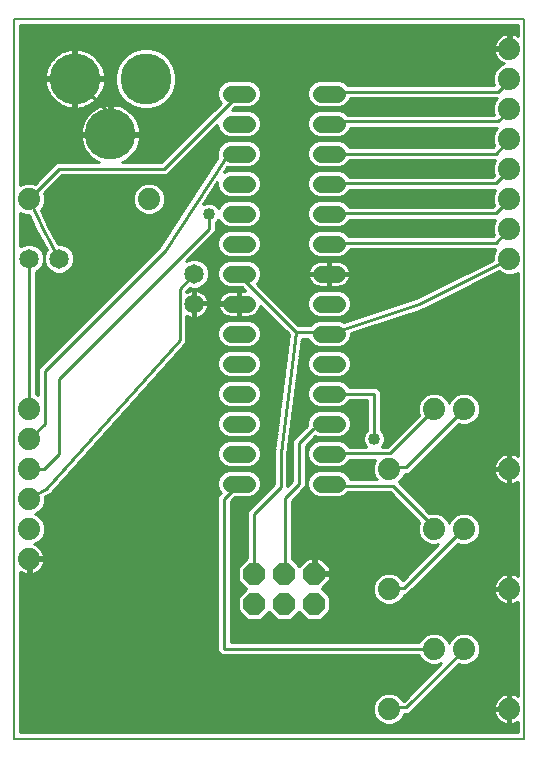
<source format=gtl>
G75*
%MOIN*%
%OFA0B0*%
%FSLAX25Y25*%
%IPPOS*%
%LPD*%
%AMOC8*
5,1,8,0,0,1.08239X$1,22.5*
%
%ADD10C,0.00800*%
%ADD11C,0.06500*%
%ADD12C,0.07400*%
%ADD13C,0.17000*%
%ADD14OC8,0.07400*%
%ADD15C,0.05600*%
%ADD16C,0.01000*%
%ADD17C,0.04000*%
D10*
X0403333Y0002860D02*
X0573333Y0002860D01*
X0573333Y0242860D01*
X0403333Y0242860D01*
X0403333Y0002860D01*
D11*
X0463333Y0147860D03*
X0463333Y0157860D03*
X0418333Y0162860D03*
X0408333Y0162860D03*
D12*
X0408333Y0182860D03*
X0448333Y0182860D03*
X0568333Y0182860D03*
X0568333Y0192860D03*
X0568333Y0202860D03*
X0568333Y0212860D03*
X0568333Y0222860D03*
X0568333Y0232860D03*
X0568333Y0172860D03*
X0568333Y0162860D03*
X0553333Y0112860D03*
X0543333Y0112860D03*
X0528333Y0092860D03*
X0568333Y0092860D03*
X0553333Y0072860D03*
X0543333Y0072860D03*
X0528333Y0052860D03*
X0568333Y0052860D03*
X0553333Y0032860D03*
X0543333Y0032860D03*
X0528333Y0012860D03*
X0568333Y0012860D03*
X0408333Y0062860D03*
X0408333Y0072860D03*
X0408333Y0082860D03*
X0408333Y0092860D03*
X0408333Y0102860D03*
X0408333Y0112860D03*
D13*
X0435459Y0204356D03*
X0423648Y0222860D03*
X0447270Y0222860D03*
D14*
X0483333Y0057860D03*
X0493333Y0057860D03*
X0503333Y0057860D03*
X0503333Y0047860D03*
X0493333Y0047860D03*
X0483333Y0047860D03*
D15*
X0481133Y0087860D02*
X0475533Y0087860D01*
X0475533Y0097860D02*
X0481133Y0097860D01*
X0481133Y0107860D02*
X0475533Y0107860D01*
X0475533Y0117860D02*
X0481133Y0117860D01*
X0481133Y0127860D02*
X0475533Y0127860D01*
X0475533Y0137860D02*
X0481133Y0137860D01*
X0481133Y0147860D02*
X0475533Y0147860D01*
X0475533Y0157860D02*
X0481133Y0157860D01*
X0481133Y0167860D02*
X0475533Y0167860D01*
X0475533Y0177860D02*
X0481133Y0177860D01*
X0481133Y0187860D02*
X0475533Y0187860D01*
X0475533Y0197860D02*
X0481133Y0197860D01*
X0505533Y0197860D02*
X0511133Y0197860D01*
X0511133Y0187860D02*
X0505533Y0187860D01*
X0505533Y0177860D02*
X0511133Y0177860D01*
X0511133Y0167860D02*
X0505533Y0167860D01*
X0505533Y0157860D02*
X0511133Y0157860D01*
X0511133Y0147860D02*
X0505533Y0147860D01*
X0505533Y0137860D02*
X0511133Y0137860D01*
X0511133Y0127860D02*
X0505533Y0127860D01*
X0505533Y0117860D02*
X0511133Y0117860D01*
X0511133Y0107860D02*
X0505533Y0107860D01*
X0505533Y0097860D02*
X0511133Y0097860D01*
X0511133Y0087860D02*
X0505533Y0087860D01*
X0505533Y0207860D02*
X0511133Y0207860D01*
X0511133Y0217860D02*
X0505533Y0217860D01*
X0481133Y0217860D02*
X0475533Y0217860D01*
X0475533Y0207860D02*
X0481133Y0207860D01*
D16*
X0485350Y0209440D02*
X0501317Y0209440D01*
X0501033Y0208755D02*
X0501033Y0206965D01*
X0501718Y0205311D01*
X0502984Y0204045D01*
X0504638Y0203360D01*
X0512028Y0203360D01*
X0513682Y0204045D01*
X0514948Y0205311D01*
X0515424Y0206460D01*
X0564297Y0206460D01*
X0563755Y0205919D01*
X0562933Y0203934D01*
X0562933Y0201786D01*
X0563436Y0200573D01*
X0562922Y0200060D01*
X0515093Y0200060D01*
X0514948Y0200409D01*
X0513682Y0201675D01*
X0512028Y0202360D01*
X0504638Y0202360D01*
X0502984Y0201675D01*
X0501718Y0200409D01*
X0501033Y0198755D01*
X0501033Y0196965D01*
X0501718Y0195311D01*
X0502984Y0194045D01*
X0504638Y0193360D01*
X0512028Y0193360D01*
X0513682Y0194045D01*
X0514948Y0195311D01*
X0515093Y0195660D01*
X0563648Y0195660D01*
X0562933Y0193934D01*
X0562933Y0191786D01*
X0563406Y0190644D01*
X0562922Y0190160D01*
X0515051Y0190160D01*
X0514948Y0190409D01*
X0513682Y0191675D01*
X0512028Y0192360D01*
X0504638Y0192360D01*
X0502984Y0191675D01*
X0501718Y0190409D01*
X0501033Y0188755D01*
X0501033Y0186965D01*
X0501718Y0185311D01*
X0502984Y0184045D01*
X0504638Y0183360D01*
X0512028Y0183360D01*
X0513682Y0184045D01*
X0514948Y0185311D01*
X0515134Y0185760D01*
X0563690Y0185760D01*
X0562933Y0183934D01*
X0562933Y0181786D01*
X0563377Y0180715D01*
X0562922Y0180260D01*
X0515010Y0180260D01*
X0514948Y0180409D01*
X0513682Y0181675D01*
X0512028Y0182360D01*
X0504638Y0182360D01*
X0502984Y0181675D01*
X0501718Y0180409D01*
X0501033Y0178755D01*
X0501033Y0176965D01*
X0501718Y0175311D01*
X0502984Y0174045D01*
X0504638Y0173360D01*
X0512028Y0173360D01*
X0513682Y0174045D01*
X0514948Y0175311D01*
X0515176Y0175860D01*
X0563731Y0175860D01*
X0562933Y0173934D01*
X0562933Y0171786D01*
X0563348Y0170786D01*
X0562922Y0170360D01*
X0514969Y0170360D01*
X0514948Y0170409D01*
X0513682Y0171675D01*
X0512028Y0172360D01*
X0504638Y0172360D01*
X0502984Y0171675D01*
X0501718Y0170409D01*
X0501033Y0168755D01*
X0501033Y0166965D01*
X0501718Y0165311D01*
X0502984Y0164045D01*
X0504638Y0163360D01*
X0512028Y0163360D01*
X0513682Y0164045D01*
X0514948Y0165311D01*
X0515217Y0165960D01*
X0563797Y0165960D01*
X0563755Y0165919D01*
X0562933Y0163934D01*
X0562933Y0162527D01*
X0537393Y0149799D01*
X0513315Y0141827D01*
X0512028Y0142360D01*
X0504638Y0142360D01*
X0502984Y0141675D01*
X0501969Y0140660D01*
X0498145Y0140660D01*
X0484221Y0154584D01*
X0484948Y0155311D01*
X0485633Y0156965D01*
X0485633Y0158755D01*
X0484948Y0160409D01*
X0483682Y0161675D01*
X0482028Y0162360D01*
X0474638Y0162360D01*
X0472984Y0161675D01*
X0471718Y0160409D01*
X0471033Y0158755D01*
X0471033Y0156965D01*
X0471718Y0155311D01*
X0472984Y0154045D01*
X0474638Y0153360D01*
X0479222Y0153360D01*
X0480422Y0152160D01*
X0478633Y0152160D01*
X0478633Y0148160D01*
X0478033Y0148160D01*
X0478033Y0147560D01*
X0471233Y0147560D01*
X0471233Y0147522D01*
X0471339Y0146853D01*
X0471548Y0146209D01*
X0471856Y0145606D01*
X0472253Y0145059D01*
X0472732Y0144580D01*
X0473280Y0144182D01*
X0473883Y0143875D01*
X0474526Y0143666D01*
X0475195Y0143560D01*
X0478033Y0143560D01*
X0478033Y0147560D01*
X0478633Y0147560D01*
X0478633Y0143560D01*
X0481472Y0143560D01*
X0482140Y0143666D01*
X0482784Y0143875D01*
X0483387Y0144182D01*
X0483935Y0144580D01*
X0484413Y0145059D01*
X0484811Y0145606D01*
X0485118Y0146209D01*
X0485327Y0146853D01*
X0485382Y0147200D01*
X0494918Y0137664D01*
X0490143Y0098981D01*
X0490033Y0098871D01*
X0490033Y0098095D01*
X0489938Y0097325D01*
X0490033Y0097203D01*
X0490033Y0087671D01*
X0481133Y0078771D01*
X0481133Y0063260D01*
X0481097Y0063260D01*
X0477933Y0060097D01*
X0477933Y0055623D01*
X0480697Y0052860D01*
X0477933Y0050097D01*
X0477933Y0045623D01*
X0481097Y0042460D01*
X0485570Y0042460D01*
X0488333Y0045223D01*
X0491097Y0042460D01*
X0495570Y0042460D01*
X0498333Y0045223D01*
X0501097Y0042460D01*
X0505570Y0042460D01*
X0508733Y0045623D01*
X0508733Y0050097D01*
X0505829Y0053001D01*
X0508533Y0055706D01*
X0508533Y0057360D01*
X0503833Y0057360D01*
X0503833Y0058360D01*
X0502833Y0058360D01*
X0502833Y0063060D01*
X0501179Y0063060D01*
X0498475Y0060355D01*
X0495833Y0062997D01*
X0495833Y0082249D01*
X0499245Y0085660D01*
X0500533Y0086949D01*
X0500533Y0100449D01*
X0503794Y0103710D01*
X0504638Y0103360D01*
X0512028Y0103360D01*
X0513682Y0104045D01*
X0514948Y0105311D01*
X0515633Y0106965D01*
X0515633Y0108755D01*
X0514948Y0110409D01*
X0513682Y0111675D01*
X0512028Y0112360D01*
X0504638Y0112360D01*
X0502984Y0111675D01*
X0501718Y0110409D01*
X0501033Y0108755D01*
X0501033Y0107171D01*
X0496133Y0102271D01*
X0496133Y0088771D01*
X0494433Y0087071D01*
X0494433Y0097825D01*
X0499178Y0136260D01*
X0501325Y0136260D01*
X0501718Y0135311D01*
X0502984Y0134045D01*
X0504638Y0133360D01*
X0512028Y0133360D01*
X0513682Y0134045D01*
X0514948Y0135311D01*
X0515633Y0136965D01*
X0515633Y0137960D01*
X0538229Y0145441D01*
X0538399Y0145384D01*
X0539074Y0145721D01*
X0539790Y0145958D01*
X0539870Y0146118D01*
X0564944Y0158613D01*
X0565274Y0158282D01*
X0567259Y0157460D01*
X0569407Y0157460D01*
X0571233Y0158216D01*
X0571233Y0097181D01*
X0571059Y0097307D01*
X0570329Y0097679D01*
X0569551Y0097932D01*
X0568743Y0098060D01*
X0568719Y0098060D01*
X0568719Y0093246D01*
X0567947Y0093246D01*
X0567947Y0092474D01*
X0563133Y0092474D01*
X0563133Y0092451D01*
X0563261Y0091642D01*
X0563514Y0090864D01*
X0563886Y0090135D01*
X0564367Y0089472D01*
X0564946Y0088894D01*
X0565608Y0088413D01*
X0566337Y0088041D01*
X0567116Y0087788D01*
X0567924Y0087660D01*
X0567947Y0087660D01*
X0567947Y0092474D01*
X0568719Y0092474D01*
X0568719Y0087660D01*
X0568743Y0087660D01*
X0569551Y0087788D01*
X0570329Y0088041D01*
X0571059Y0088413D01*
X0571233Y0088539D01*
X0571233Y0057181D01*
X0571059Y0057307D01*
X0570329Y0057679D01*
X0569551Y0057932D01*
X0568743Y0058060D01*
X0568719Y0058060D01*
X0568719Y0053246D01*
X0567947Y0053246D01*
X0567947Y0052474D01*
X0563133Y0052474D01*
X0563133Y0052451D01*
X0563261Y0051642D01*
X0563514Y0050864D01*
X0563886Y0050135D01*
X0564367Y0049472D01*
X0564946Y0048894D01*
X0565608Y0048413D01*
X0566337Y0048041D01*
X0567116Y0047788D01*
X0567924Y0047660D01*
X0567947Y0047660D01*
X0567947Y0052474D01*
X0568719Y0052474D01*
X0568719Y0047660D01*
X0568743Y0047660D01*
X0569551Y0047788D01*
X0570329Y0048041D01*
X0571059Y0048413D01*
X0571233Y0048539D01*
X0571233Y0017181D01*
X0571059Y0017307D01*
X0570329Y0017679D01*
X0569551Y0017932D01*
X0568743Y0018060D01*
X0568719Y0018060D01*
X0568719Y0013246D01*
X0567947Y0013246D01*
X0567947Y0012474D01*
X0563133Y0012474D01*
X0563133Y0012451D01*
X0563261Y0011642D01*
X0563514Y0010864D01*
X0563886Y0010135D01*
X0564367Y0009472D01*
X0564946Y0008894D01*
X0565608Y0008413D01*
X0566337Y0008041D01*
X0567116Y0007788D01*
X0567924Y0007660D01*
X0567947Y0007660D01*
X0567947Y0012474D01*
X0568719Y0012474D01*
X0568719Y0007660D01*
X0568743Y0007660D01*
X0569551Y0007788D01*
X0570329Y0008041D01*
X0571059Y0008413D01*
X0571233Y0008539D01*
X0571233Y0004960D01*
X0405433Y0004960D01*
X0405433Y0058539D01*
X0405608Y0058413D01*
X0406337Y0058041D01*
X0407116Y0057788D01*
X0407833Y0057674D01*
X0407833Y0062360D01*
X0408833Y0062360D01*
X0408833Y0057674D01*
X0409551Y0057788D01*
X0410329Y0058041D01*
X0411059Y0058413D01*
X0411721Y0058894D01*
X0412300Y0059472D01*
X0412781Y0060135D01*
X0413152Y0060864D01*
X0413405Y0061642D01*
X0413519Y0062360D01*
X0408833Y0062360D01*
X0408833Y0063360D01*
X0413519Y0063360D01*
X0413405Y0064078D01*
X0413152Y0064856D01*
X0412781Y0065585D01*
X0412300Y0066248D01*
X0411721Y0066826D01*
X0411059Y0067307D01*
X0410329Y0067679D01*
X0410109Y0067751D01*
X0411392Y0068282D01*
X0412911Y0069801D01*
X0413733Y0071786D01*
X0413733Y0073934D01*
X0412911Y0075919D01*
X0411392Y0077438D01*
X0410373Y0077860D01*
X0411392Y0078282D01*
X0412911Y0079801D01*
X0413733Y0081786D01*
X0413733Y0083598D01*
X0414644Y0084089D01*
X0415060Y0084112D01*
X0415414Y0084505D01*
X0415880Y0084757D01*
X0416000Y0085157D01*
X0460130Y0134246D01*
X0460733Y0134849D01*
X0460733Y0134916D01*
X0460779Y0134967D01*
X0460733Y0135818D01*
X0460733Y0143878D01*
X0460844Y0143797D01*
X0461510Y0143458D01*
X0462221Y0143227D01*
X0462959Y0143110D01*
X0463144Y0143110D01*
X0463144Y0147671D01*
X0463522Y0147671D01*
X0463522Y0143110D01*
X0463707Y0143110D01*
X0464446Y0143227D01*
X0465157Y0143458D01*
X0465823Y0143797D01*
X0466428Y0144237D01*
X0466956Y0144766D01*
X0467396Y0145370D01*
X0467735Y0146037D01*
X0467966Y0146748D01*
X0468083Y0147486D01*
X0468083Y0147671D01*
X0463522Y0147671D01*
X0463522Y0148049D01*
X0463144Y0148049D01*
X0463144Y0152610D01*
X0462959Y0152610D01*
X0462221Y0152493D01*
X0461510Y0152262D01*
X0460844Y0151923D01*
X0460733Y0151842D01*
X0460733Y0151949D01*
X0461886Y0153102D01*
X0462349Y0152910D01*
X0464318Y0152910D01*
X0466137Y0153664D01*
X0467530Y0155056D01*
X0468283Y0156875D01*
X0468283Y0158845D01*
X0467530Y0160664D01*
X0466137Y0162056D01*
X0464318Y0162810D01*
X0462349Y0162810D01*
X0460720Y0162135D01*
X0469245Y0170660D01*
X0470533Y0171949D01*
X0470533Y0174827D01*
X0471470Y0175764D01*
X0471500Y0175837D01*
X0471718Y0175311D01*
X0472984Y0174045D01*
X0474638Y0173360D01*
X0482028Y0173360D01*
X0483682Y0174045D01*
X0484948Y0175311D01*
X0485633Y0176965D01*
X0485633Y0178755D01*
X0484948Y0180409D01*
X0483682Y0181675D01*
X0482028Y0182360D01*
X0474638Y0182360D01*
X0472984Y0181675D01*
X0471718Y0180409D01*
X0471500Y0179883D01*
X0471470Y0179956D01*
X0470429Y0180997D01*
X0469069Y0181560D01*
X0467597Y0181560D01*
X0466248Y0181001D01*
X0471033Y0188370D01*
X0471033Y0186965D01*
X0471718Y0185311D01*
X0472984Y0184045D01*
X0474638Y0183360D01*
X0482028Y0183360D01*
X0483682Y0184045D01*
X0484948Y0185311D01*
X0485633Y0186965D01*
X0485633Y0188755D01*
X0484948Y0190409D01*
X0483682Y0191675D01*
X0482028Y0192360D01*
X0474638Y0192360D01*
X0473251Y0191785D01*
X0474351Y0193479D01*
X0474638Y0193360D01*
X0482028Y0193360D01*
X0483682Y0194045D01*
X0484948Y0195311D01*
X0485633Y0196965D01*
X0485633Y0198755D01*
X0484948Y0200409D01*
X0483682Y0201675D01*
X0482028Y0202360D01*
X0474638Y0202360D01*
X0472984Y0201675D01*
X0471718Y0200409D01*
X0471033Y0198755D01*
X0471033Y0196965D01*
X0471133Y0196723D01*
X0471133Y0196604D01*
X0451814Y0166852D01*
X0412622Y0127660D01*
X0411333Y0126371D01*
X0411333Y0117462D01*
X0410533Y0117794D01*
X0410533Y0158413D01*
X0411137Y0158664D01*
X0412530Y0160056D01*
X0413283Y0161875D01*
X0413283Y0163845D01*
X0412530Y0165664D01*
X0411137Y0167056D01*
X0409318Y0167810D01*
X0407349Y0167810D01*
X0405529Y0167056D01*
X0405433Y0166960D01*
X0405433Y0178216D01*
X0407259Y0177460D01*
X0408283Y0177460D01*
X0410491Y0172683D01*
X0410466Y0172598D01*
X0410869Y0171867D01*
X0411219Y0171110D01*
X0411302Y0171079D01*
X0414229Y0165756D01*
X0414137Y0165664D01*
X0413383Y0163845D01*
X0413383Y0161875D01*
X0414137Y0160056D01*
X0415529Y0158664D01*
X0417349Y0157910D01*
X0419318Y0157910D01*
X0421137Y0158664D01*
X0422530Y0160056D01*
X0423283Y0161875D01*
X0423283Y0163845D01*
X0422530Y0165664D01*
X0421137Y0167056D01*
X0419318Y0167810D01*
X0418122Y0167810D01*
X0414798Y0173853D01*
X0412321Y0179211D01*
X0412911Y0179801D01*
X0413733Y0181786D01*
X0413733Y0183934D01*
X0413378Y0184793D01*
X0419245Y0190660D01*
X0454245Y0190660D01*
X0471033Y0207449D01*
X0471033Y0206965D01*
X0471718Y0205311D01*
X0472984Y0204045D01*
X0474638Y0203360D01*
X0482028Y0203360D01*
X0483682Y0204045D01*
X0484948Y0205311D01*
X0485633Y0206965D01*
X0485633Y0208755D01*
X0484948Y0210409D01*
X0483682Y0211675D01*
X0482028Y0212360D01*
X0475945Y0212360D01*
X0476945Y0213360D01*
X0482028Y0213360D01*
X0483682Y0214045D01*
X0484948Y0215311D01*
X0485633Y0216965D01*
X0485633Y0218755D01*
X0484948Y0220409D01*
X0483682Y0221675D01*
X0482028Y0222360D01*
X0474638Y0222360D01*
X0472984Y0221675D01*
X0471718Y0220409D01*
X0471033Y0218755D01*
X0471033Y0216965D01*
X0471718Y0215311D01*
X0472196Y0214834D01*
X0452422Y0195060D01*
X0439170Y0195060D01*
X0439292Y0195103D01*
X0440304Y0195590D01*
X0441255Y0196188D01*
X0442133Y0196888D01*
X0442927Y0197682D01*
X0443628Y0198560D01*
X0444225Y0199511D01*
X0444713Y0200523D01*
X0445084Y0201583D01*
X0445334Y0202678D01*
X0445459Y0203794D01*
X0445459Y0203856D01*
X0435959Y0203856D01*
X0435959Y0204856D01*
X0434959Y0204856D01*
X0434959Y0203856D01*
X0425459Y0203856D01*
X0425459Y0203794D01*
X0425585Y0202678D01*
X0425835Y0201583D01*
X0426206Y0200523D01*
X0426693Y0199511D01*
X0427291Y0198560D01*
X0427991Y0197682D01*
X0428785Y0196888D01*
X0429663Y0196188D01*
X0430614Y0195590D01*
X0431626Y0195103D01*
X0431749Y0195060D01*
X0417422Y0195060D01*
X0416133Y0193771D01*
X0410266Y0187904D01*
X0409407Y0188260D01*
X0407259Y0188260D01*
X0405433Y0187504D01*
X0405433Y0240760D01*
X0571233Y0240760D01*
X0571233Y0237181D01*
X0571059Y0237307D01*
X0570329Y0237679D01*
X0569551Y0237932D01*
X0568833Y0238046D01*
X0568833Y0233360D01*
X0567833Y0233360D01*
X0567833Y0232360D01*
X0563148Y0232360D01*
X0563261Y0231642D01*
X0563514Y0230864D01*
X0563886Y0230135D01*
X0564367Y0229472D01*
X0564946Y0228894D01*
X0565608Y0228413D01*
X0566337Y0228041D01*
X0566558Y0227969D01*
X0565274Y0227438D01*
X0563755Y0225919D01*
X0562933Y0223934D01*
X0562933Y0221786D01*
X0563358Y0220760D01*
X0514597Y0220760D01*
X0513682Y0221675D01*
X0512028Y0222360D01*
X0504638Y0222360D01*
X0502984Y0221675D01*
X0501718Y0220409D01*
X0501033Y0218755D01*
X0501033Y0216965D01*
X0501718Y0215311D01*
X0502984Y0214045D01*
X0504638Y0213360D01*
X0512028Y0213360D01*
X0513682Y0214045D01*
X0514948Y0215311D01*
X0515383Y0216360D01*
X0564197Y0216360D01*
X0563755Y0215919D01*
X0562933Y0213934D01*
X0562933Y0211786D01*
X0563317Y0210860D01*
X0514497Y0210860D01*
X0513682Y0211675D01*
X0512028Y0212360D01*
X0504638Y0212360D01*
X0502984Y0211675D01*
X0501718Y0210409D01*
X0501033Y0208755D01*
X0501033Y0208442D02*
X0485633Y0208442D01*
X0485633Y0207443D02*
X0501033Y0207443D01*
X0501249Y0206445D02*
X0485418Y0206445D01*
X0485004Y0205446D02*
X0501662Y0205446D01*
X0502582Y0204448D02*
X0484085Y0204448D01*
X0482244Y0203449D02*
X0504423Y0203449D01*
X0502761Y0201452D02*
X0483905Y0201452D01*
X0484904Y0200454D02*
X0501763Y0200454D01*
X0501323Y0199455D02*
X0485343Y0199455D01*
X0485633Y0198457D02*
X0501033Y0198457D01*
X0501033Y0197458D02*
X0485633Y0197458D01*
X0485424Y0196460D02*
X0501243Y0196460D01*
X0501656Y0195461D02*
X0485010Y0195461D01*
X0484100Y0194463D02*
X0502567Y0194463D01*
X0504387Y0193464D02*
X0482280Y0193464D01*
X0483890Y0191467D02*
X0502776Y0191467D01*
X0501778Y0190468D02*
X0484889Y0190468D01*
X0485337Y0189470D02*
X0501329Y0189470D01*
X0501033Y0188471D02*
X0485633Y0188471D01*
X0485633Y0187473D02*
X0501033Y0187473D01*
X0501236Y0186474D02*
X0485430Y0186474D01*
X0485017Y0185476D02*
X0501650Y0185476D01*
X0502552Y0184477D02*
X0484115Y0184477D01*
X0482315Y0183479D02*
X0504351Y0183479D01*
X0502791Y0181482D02*
X0483875Y0181482D01*
X0484874Y0180483D02*
X0501793Y0180483D01*
X0501336Y0179485D02*
X0485331Y0179485D01*
X0485633Y0178486D02*
X0501033Y0178486D01*
X0501033Y0177488D02*
X0485633Y0177488D01*
X0485436Y0176489D02*
X0501230Y0176489D01*
X0501644Y0175491D02*
X0485023Y0175491D01*
X0484130Y0174492D02*
X0502537Y0174492D01*
X0504315Y0173494D02*
X0482351Y0173494D01*
X0482028Y0172360D02*
X0483682Y0171675D01*
X0484948Y0170409D01*
X0485633Y0168755D01*
X0485633Y0166965D01*
X0484948Y0165311D01*
X0483682Y0164045D01*
X0482028Y0163360D01*
X0474638Y0163360D01*
X0472984Y0164045D01*
X0471718Y0165311D01*
X0471033Y0166965D01*
X0471033Y0168755D01*
X0471718Y0170409D01*
X0472984Y0171675D01*
X0474638Y0172360D01*
X0482028Y0172360D01*
X0483861Y0171497D02*
X0502806Y0171497D01*
X0501808Y0170498D02*
X0484859Y0170498D01*
X0485325Y0169500D02*
X0501342Y0169500D01*
X0501033Y0168501D02*
X0485633Y0168501D01*
X0485633Y0167503D02*
X0501033Y0167503D01*
X0501224Y0166504D02*
X0485442Y0166504D01*
X0485029Y0165506D02*
X0501638Y0165506D01*
X0502522Y0164507D02*
X0484144Y0164507D01*
X0482387Y0163509D02*
X0504279Y0163509D01*
X0504526Y0162054D02*
X0503883Y0161845D01*
X0503280Y0161538D01*
X0502732Y0161140D01*
X0502253Y0160661D01*
X0501856Y0160114D01*
X0501548Y0159511D01*
X0501339Y0158867D01*
X0501233Y0158198D01*
X0501233Y0158160D01*
X0508033Y0158160D01*
X0508033Y0157560D01*
X0501233Y0157560D01*
X0501233Y0157522D01*
X0501339Y0156853D01*
X0501548Y0156209D01*
X0501856Y0155606D01*
X0502253Y0155059D01*
X0502732Y0154580D01*
X0503280Y0154182D01*
X0503883Y0153875D01*
X0504526Y0153666D01*
X0505195Y0153560D01*
X0508033Y0153560D01*
X0508033Y0157560D01*
X0508633Y0157560D01*
X0508633Y0153560D01*
X0511472Y0153560D01*
X0512140Y0153666D01*
X0512784Y0153875D01*
X0513387Y0154182D01*
X0513935Y0154580D01*
X0514413Y0155059D01*
X0514811Y0155606D01*
X0515118Y0156209D01*
X0515327Y0156853D01*
X0515433Y0157522D01*
X0515433Y0157560D01*
X0508633Y0157560D01*
X0508633Y0158160D01*
X0508033Y0158160D01*
X0508033Y0162160D01*
X0505195Y0162160D01*
X0504526Y0162054D01*
X0503244Y0161512D02*
X0483846Y0161512D01*
X0484844Y0160513D02*
X0502146Y0160513D01*
X0501550Y0159515D02*
X0485319Y0159515D01*
X0485633Y0158516D02*
X0501284Y0158516D01*
X0501234Y0157518D02*
X0485633Y0157518D01*
X0485449Y0156519D02*
X0501448Y0156519D01*
X0501918Y0155521D02*
X0485035Y0155521D01*
X0484283Y0154522D02*
X0502812Y0154522D01*
X0504638Y0152360D02*
X0502984Y0151675D01*
X0501718Y0150409D01*
X0501033Y0148755D01*
X0501033Y0146965D01*
X0501718Y0145311D01*
X0502984Y0144045D01*
X0504638Y0143360D01*
X0512028Y0143360D01*
X0513682Y0144045D01*
X0514948Y0145311D01*
X0515633Y0146965D01*
X0515633Y0148755D01*
X0514948Y0150409D01*
X0513682Y0151675D01*
X0512028Y0152360D01*
X0504638Y0152360D01*
X0502836Y0151527D02*
X0487278Y0151527D01*
X0486280Y0152525D02*
X0542863Y0152525D01*
X0544866Y0153524D02*
X0485281Y0153524D01*
X0488277Y0150528D02*
X0501837Y0150528D01*
X0501354Y0149530D02*
X0489275Y0149530D01*
X0490274Y0148531D02*
X0501033Y0148531D01*
X0501033Y0147532D02*
X0491272Y0147532D01*
X0492271Y0146534D02*
X0501212Y0146534D01*
X0501625Y0145535D02*
X0493269Y0145535D01*
X0494268Y0144537D02*
X0502492Y0144537D01*
X0504207Y0143538D02*
X0495266Y0143538D01*
X0496265Y0142540D02*
X0515469Y0142540D01*
X0514174Y0144537D02*
X0521500Y0144537D01*
X0524516Y0145535D02*
X0515041Y0145535D01*
X0515455Y0146534D02*
X0527531Y0146534D01*
X0530547Y0147532D02*
X0515633Y0147532D01*
X0515633Y0148531D02*
X0533563Y0148531D01*
X0536578Y0149530D02*
X0515313Y0149530D01*
X0514829Y0150528D02*
X0538855Y0150528D01*
X0540859Y0151527D02*
X0513831Y0151527D01*
X0513855Y0154522D02*
X0546870Y0154522D01*
X0548874Y0155521D02*
X0514749Y0155521D01*
X0515219Y0156519D02*
X0550877Y0156519D01*
X0552881Y0157518D02*
X0515433Y0157518D01*
X0515433Y0158160D02*
X0515433Y0158198D01*
X0515327Y0158867D01*
X0515118Y0159511D01*
X0514811Y0160114D01*
X0514413Y0160661D01*
X0513935Y0161140D01*
X0513387Y0161538D01*
X0512784Y0161845D01*
X0512140Y0162054D01*
X0511472Y0162160D01*
X0508633Y0162160D01*
X0508633Y0158160D01*
X0515433Y0158160D01*
X0515383Y0158516D02*
X0554885Y0158516D01*
X0556889Y0159515D02*
X0515116Y0159515D01*
X0514521Y0160513D02*
X0558892Y0160513D01*
X0560896Y0161512D02*
X0513423Y0161512D01*
X0512387Y0163509D02*
X0562933Y0163509D01*
X0562900Y0162510D02*
X0465042Y0162510D01*
X0466682Y0161512D02*
X0472821Y0161512D01*
X0471823Y0160513D02*
X0467592Y0160513D01*
X0468006Y0159515D02*
X0471348Y0159515D01*
X0471033Y0158516D02*
X0468283Y0158516D01*
X0468283Y0157518D02*
X0471033Y0157518D01*
X0471218Y0156519D02*
X0468136Y0156519D01*
X0467722Y0155521D02*
X0471632Y0155521D01*
X0472507Y0154522D02*
X0466996Y0154522D01*
X0465799Y0153524D02*
X0474243Y0153524D01*
X0474526Y0152054D02*
X0473883Y0151845D01*
X0473280Y0151538D01*
X0472732Y0151140D01*
X0472253Y0150661D01*
X0471856Y0150114D01*
X0471548Y0149511D01*
X0471339Y0148867D01*
X0471233Y0148198D01*
X0471233Y0148160D01*
X0478033Y0148160D01*
X0478033Y0152160D01*
X0475195Y0152160D01*
X0474526Y0152054D01*
X0473264Y0151527D02*
X0466368Y0151527D01*
X0466428Y0151483D02*
X0465823Y0151923D01*
X0465157Y0152262D01*
X0464446Y0152493D01*
X0463707Y0152610D01*
X0463522Y0152610D01*
X0463522Y0148049D01*
X0468083Y0148049D01*
X0468083Y0148234D01*
X0467966Y0148972D01*
X0467735Y0149683D01*
X0467396Y0150350D01*
X0466956Y0150954D01*
X0466428Y0151483D01*
X0467266Y0150528D02*
X0472157Y0150528D01*
X0471558Y0149530D02*
X0467785Y0149530D01*
X0468036Y0148531D02*
X0471286Y0148531D01*
X0471233Y0147532D02*
X0468083Y0147532D01*
X0468333Y0147860D02*
X0468333Y0148360D01*
X0468333Y0162860D01*
X0508333Y0162860D01*
X0508333Y0157860D01*
X0508033Y0157518D02*
X0508633Y0157518D01*
X0508633Y0158516D02*
X0508033Y0158516D01*
X0508033Y0159515D02*
X0508633Y0159515D01*
X0508633Y0160513D02*
X0508033Y0160513D01*
X0508033Y0161512D02*
X0508633Y0161512D01*
X0514144Y0164507D02*
X0563171Y0164507D01*
X0563584Y0165506D02*
X0515029Y0165506D01*
X0508933Y0168160D02*
X0508333Y0167860D01*
X0508933Y0168160D02*
X0563833Y0168160D01*
X0568333Y0172660D01*
X0568333Y0172860D01*
X0562933Y0172495D02*
X0470533Y0172495D01*
X0470533Y0173494D02*
X0474315Y0173494D01*
X0472537Y0174492D02*
X0470533Y0174492D01*
X0471197Y0175491D02*
X0471644Y0175491D01*
X0468333Y0177860D02*
X0468333Y0172860D01*
X0418333Y0122860D01*
X0418333Y0097860D01*
X0413333Y0092860D01*
X0408333Y0092860D01*
X0419114Y0088620D02*
X0471033Y0088620D01*
X0471033Y0088755D02*
X0471033Y0086965D01*
X0471718Y0085311D01*
X0472196Y0084834D01*
X0471133Y0083771D01*
X0471133Y0031949D01*
X0472422Y0030660D01*
X0538400Y0030660D01*
X0538755Y0029801D01*
X0540274Y0028282D01*
X0542259Y0027460D01*
X0544407Y0027460D01*
X0545627Y0027965D01*
X0533222Y0015560D01*
X0533060Y0015560D01*
X0532911Y0015919D01*
X0531392Y0017438D01*
X0529407Y0018260D01*
X0527259Y0018260D01*
X0525274Y0017438D01*
X0523755Y0015919D01*
X0522933Y0013934D01*
X0522933Y0011786D01*
X0523755Y0009801D01*
X0525274Y0008282D01*
X0527259Y0007460D01*
X0529407Y0007460D01*
X0531392Y0008282D01*
X0532911Y0009801D01*
X0533474Y0011160D01*
X0535045Y0011160D01*
X0536333Y0012449D01*
X0551612Y0027728D01*
X0552259Y0027460D01*
X0554407Y0027460D01*
X0556392Y0028282D01*
X0557911Y0029801D01*
X0558733Y0031786D01*
X0558733Y0033934D01*
X0557911Y0035919D01*
X0556392Y0037438D01*
X0554407Y0038260D01*
X0552259Y0038260D01*
X0550274Y0037438D01*
X0548755Y0035919D01*
X0548333Y0034900D01*
X0547911Y0035919D01*
X0546392Y0037438D01*
X0544407Y0038260D01*
X0542259Y0038260D01*
X0540274Y0037438D01*
X0538755Y0035919D01*
X0538400Y0035060D01*
X0475533Y0035060D01*
X0475533Y0081949D01*
X0476945Y0083360D01*
X0482028Y0083360D01*
X0483682Y0084045D01*
X0484948Y0085311D01*
X0485633Y0086965D01*
X0485633Y0088755D01*
X0484948Y0090409D01*
X0483682Y0091675D01*
X0482028Y0092360D01*
X0474638Y0092360D01*
X0472984Y0091675D01*
X0471718Y0090409D01*
X0471033Y0088755D01*
X0471391Y0089619D02*
X0420011Y0089619D01*
X0420909Y0090617D02*
X0471927Y0090617D01*
X0472925Y0091616D02*
X0421806Y0091616D01*
X0422704Y0092614D02*
X0490033Y0092614D01*
X0490033Y0091616D02*
X0483741Y0091616D01*
X0484740Y0090617D02*
X0490033Y0090617D01*
X0490033Y0089619D02*
X0485276Y0089619D01*
X0485633Y0088620D02*
X0490033Y0088620D01*
X0489984Y0087622D02*
X0485633Y0087622D01*
X0485492Y0086623D02*
X0488985Y0086623D01*
X0487987Y0085625D02*
X0485078Y0085625D01*
X0484264Y0084626D02*
X0486988Y0084626D01*
X0485990Y0083628D02*
X0482675Y0083628D01*
X0483993Y0081631D02*
X0475533Y0081631D01*
X0475533Y0080632D02*
X0482994Y0080632D01*
X0481996Y0079634D02*
X0475533Y0079634D01*
X0475533Y0078635D02*
X0481133Y0078635D01*
X0481133Y0077637D02*
X0475533Y0077637D01*
X0475533Y0076638D02*
X0481133Y0076638D01*
X0481133Y0075640D02*
X0475533Y0075640D01*
X0475533Y0074641D02*
X0481133Y0074641D01*
X0481133Y0073643D02*
X0475533Y0073643D01*
X0475533Y0072644D02*
X0481133Y0072644D01*
X0481133Y0071646D02*
X0475533Y0071646D01*
X0475533Y0070647D02*
X0481133Y0070647D01*
X0481133Y0069649D02*
X0475533Y0069649D01*
X0475533Y0068650D02*
X0481133Y0068650D01*
X0481133Y0067652D02*
X0475533Y0067652D01*
X0475533Y0066653D02*
X0481133Y0066653D01*
X0481133Y0065655D02*
X0475533Y0065655D01*
X0475533Y0064656D02*
X0481133Y0064656D01*
X0481133Y0063658D02*
X0475533Y0063658D01*
X0475533Y0062659D02*
X0480496Y0062659D01*
X0479497Y0061661D02*
X0475533Y0061661D01*
X0475533Y0060662D02*
X0478499Y0060662D01*
X0477933Y0059663D02*
X0475533Y0059663D01*
X0475533Y0058665D02*
X0477933Y0058665D01*
X0477933Y0057666D02*
X0475533Y0057666D01*
X0475533Y0056668D02*
X0477933Y0056668D01*
X0477933Y0055669D02*
X0475533Y0055669D01*
X0475533Y0054671D02*
X0478886Y0054671D01*
X0479884Y0053672D02*
X0475533Y0053672D01*
X0475533Y0052674D02*
X0480511Y0052674D01*
X0479512Y0051675D02*
X0475533Y0051675D01*
X0475533Y0050677D02*
X0478513Y0050677D01*
X0477933Y0049678D02*
X0475533Y0049678D01*
X0475533Y0048680D02*
X0477933Y0048680D01*
X0477933Y0047681D02*
X0475533Y0047681D01*
X0475533Y0046683D02*
X0477933Y0046683D01*
X0477933Y0045684D02*
X0475533Y0045684D01*
X0475533Y0044686D02*
X0478871Y0044686D01*
X0479869Y0043687D02*
X0475533Y0043687D01*
X0475533Y0042689D02*
X0480868Y0042689D01*
X0485799Y0042689D02*
X0490868Y0042689D01*
X0489869Y0043687D02*
X0486797Y0043687D01*
X0487796Y0044686D02*
X0488871Y0044686D01*
X0495799Y0042689D02*
X0500868Y0042689D01*
X0499869Y0043687D02*
X0496797Y0043687D01*
X0497796Y0044686D02*
X0498871Y0044686D01*
X0505799Y0042689D02*
X0571233Y0042689D01*
X0571233Y0043687D02*
X0506797Y0043687D01*
X0507796Y0044686D02*
X0571233Y0044686D01*
X0571233Y0045684D02*
X0508733Y0045684D01*
X0508733Y0046683D02*
X0571233Y0046683D01*
X0571233Y0047681D02*
X0568877Y0047681D01*
X0568719Y0047681D02*
X0567947Y0047681D01*
X0567789Y0047681D02*
X0529942Y0047681D01*
X0529407Y0047460D02*
X0531392Y0048282D01*
X0532911Y0049801D01*
X0533308Y0050760D01*
X0534145Y0050760D01*
X0551259Y0067874D01*
X0552259Y0067460D01*
X0554407Y0067460D01*
X0556392Y0068282D01*
X0557911Y0069801D01*
X0558733Y0071786D01*
X0558733Y0073934D01*
X0557911Y0075919D01*
X0556392Y0077438D01*
X0554407Y0078260D01*
X0552259Y0078260D01*
X0550274Y0077438D01*
X0548755Y0075919D01*
X0548333Y0074900D01*
X0547911Y0075919D01*
X0546392Y0077438D01*
X0544407Y0078260D01*
X0542259Y0078260D01*
X0541825Y0078080D01*
X0531507Y0088397D01*
X0532911Y0089801D01*
X0533515Y0091260D01*
X0535045Y0091260D01*
X0551542Y0107757D01*
X0552259Y0107460D01*
X0554407Y0107460D01*
X0556392Y0108282D01*
X0557911Y0109801D01*
X0558733Y0111786D01*
X0558733Y0113934D01*
X0557911Y0115919D01*
X0556392Y0117438D01*
X0554407Y0118260D01*
X0552259Y0118260D01*
X0550274Y0117438D01*
X0548755Y0115919D01*
X0548333Y0114900D01*
X0547911Y0115919D01*
X0546392Y0117438D01*
X0544407Y0118260D01*
X0542259Y0118260D01*
X0540274Y0117438D01*
X0538755Y0115919D01*
X0537933Y0113934D01*
X0537933Y0111786D01*
X0538377Y0110715D01*
X0527822Y0100160D01*
X0525866Y0100160D01*
X0526470Y0100764D01*
X0527033Y0102124D01*
X0527033Y0103596D01*
X0526470Y0104956D01*
X0525533Y0105893D01*
X0525533Y0118771D01*
X0524245Y0120060D01*
X0515093Y0120060D01*
X0514948Y0120409D01*
X0513682Y0121675D01*
X0512028Y0122360D01*
X0504638Y0122360D01*
X0502984Y0121675D01*
X0501718Y0120409D01*
X0501033Y0118755D01*
X0501033Y0116965D01*
X0501718Y0115311D01*
X0502984Y0114045D01*
X0504638Y0113360D01*
X0512028Y0113360D01*
X0513682Y0114045D01*
X0514948Y0115311D01*
X0515093Y0115660D01*
X0521133Y0115660D01*
X0521133Y0105893D01*
X0520197Y0104956D01*
X0519633Y0103596D01*
X0519633Y0102124D01*
X0520197Y0100764D01*
X0520801Y0100160D01*
X0515051Y0100160D01*
X0514948Y0100409D01*
X0513682Y0101675D01*
X0512028Y0102360D01*
X0504638Y0102360D01*
X0502984Y0101675D01*
X0501718Y0100409D01*
X0501033Y0098755D01*
X0501033Y0096965D01*
X0501718Y0095311D01*
X0502984Y0094045D01*
X0504638Y0093360D01*
X0512028Y0093360D01*
X0513682Y0094045D01*
X0514948Y0095311D01*
X0515134Y0095760D01*
X0523690Y0095760D01*
X0522933Y0093934D01*
X0522933Y0091786D01*
X0523755Y0089801D01*
X0524197Y0089360D01*
X0515383Y0089360D01*
X0514948Y0090409D01*
X0513682Y0091675D01*
X0512028Y0092360D01*
X0504638Y0092360D01*
X0502984Y0091675D01*
X0501718Y0090409D01*
X0501033Y0088755D01*
X0501033Y0086965D01*
X0501718Y0085311D01*
X0502984Y0084045D01*
X0504638Y0083360D01*
X0512028Y0083360D01*
X0513682Y0084045D01*
X0514597Y0084960D01*
X0528722Y0084960D01*
X0538465Y0075217D01*
X0537933Y0073934D01*
X0537933Y0071786D01*
X0538755Y0069801D01*
X0540274Y0068282D01*
X0542259Y0067460D01*
X0544407Y0067460D01*
X0544774Y0067612D01*
X0532961Y0055799D01*
X0532911Y0055919D01*
X0531392Y0057438D01*
X0529407Y0058260D01*
X0527259Y0058260D01*
X0525274Y0057438D01*
X0523755Y0055919D01*
X0522933Y0053934D01*
X0522933Y0051786D01*
X0523755Y0049801D01*
X0525274Y0048282D01*
X0527259Y0047460D01*
X0529407Y0047460D01*
X0531790Y0048680D02*
X0565240Y0048680D01*
X0564217Y0049678D02*
X0532788Y0049678D01*
X0533274Y0050677D02*
X0563610Y0050677D01*
X0563256Y0051675D02*
X0535060Y0051675D01*
X0536059Y0052674D02*
X0567947Y0052674D01*
X0568333Y0052860D02*
X0568333Y0092860D01*
X0567947Y0092614D02*
X0536399Y0092614D01*
X0535400Y0091616D02*
X0563270Y0091616D01*
X0563640Y0090617D02*
X0533249Y0090617D01*
X0532729Y0089619D02*
X0564261Y0089619D01*
X0565322Y0088620D02*
X0531730Y0088620D01*
X0532283Y0087622D02*
X0571233Y0087622D01*
X0571233Y0086623D02*
X0533281Y0086623D01*
X0534280Y0085625D02*
X0571233Y0085625D01*
X0571233Y0084626D02*
X0535278Y0084626D01*
X0536277Y0083628D02*
X0571233Y0083628D01*
X0571233Y0082629D02*
X0537275Y0082629D01*
X0538274Y0081631D02*
X0571233Y0081631D01*
X0571233Y0080632D02*
X0539272Y0080632D01*
X0540271Y0079634D02*
X0571233Y0079634D01*
X0571233Y0078635D02*
X0541269Y0078635D01*
X0537044Y0076638D02*
X0495833Y0076638D01*
X0495833Y0075640D02*
X0538042Y0075640D01*
X0538226Y0074641D02*
X0495833Y0074641D01*
X0495833Y0073643D02*
X0537933Y0073643D01*
X0537933Y0072644D02*
X0495833Y0072644D01*
X0495833Y0071646D02*
X0537991Y0071646D01*
X0538405Y0070647D02*
X0495833Y0070647D01*
X0495833Y0069649D02*
X0538908Y0069649D01*
X0539906Y0068650D02*
X0495833Y0068650D01*
X0495833Y0067652D02*
X0541797Y0067652D01*
X0542817Y0065655D02*
X0495833Y0065655D01*
X0495833Y0066653D02*
X0543815Y0066653D01*
X0541818Y0064656D02*
X0495833Y0064656D01*
X0495833Y0063658D02*
X0540820Y0063658D01*
X0539821Y0062659D02*
X0505888Y0062659D01*
X0505487Y0063060D02*
X0508533Y0060014D01*
X0508533Y0058360D01*
X0503833Y0058360D01*
X0503833Y0063060D01*
X0505487Y0063060D01*
X0503833Y0062659D02*
X0502833Y0062659D01*
X0502833Y0061661D02*
X0503833Y0061661D01*
X0503833Y0060662D02*
X0502833Y0060662D01*
X0502833Y0059663D02*
X0503833Y0059663D01*
X0503833Y0058665D02*
X0502833Y0058665D01*
X0503333Y0057860D02*
X0503533Y0057460D01*
X0516133Y0057460D01*
X0526033Y0047560D01*
X0568333Y0047560D01*
X0568333Y0012860D01*
X0567947Y0012733D02*
X0536618Y0012733D01*
X0536333Y0012449D02*
X0536333Y0012449D01*
X0535620Y0011735D02*
X0563247Y0011735D01*
X0563579Y0010736D02*
X0533299Y0010736D01*
X0532848Y0009738D02*
X0564174Y0009738D01*
X0565158Y0008739D02*
X0531849Y0008739D01*
X0530086Y0007741D02*
X0567413Y0007741D01*
X0567947Y0007741D02*
X0568719Y0007741D01*
X0569253Y0007741D02*
X0571233Y0007741D01*
X0571233Y0006742D02*
X0405433Y0006742D01*
X0405433Y0005744D02*
X0571233Y0005744D01*
X0568719Y0008739D02*
X0567947Y0008739D01*
X0567947Y0009738D02*
X0568719Y0009738D01*
X0568719Y0010736D02*
X0567947Y0010736D01*
X0567947Y0011735D02*
X0568719Y0011735D01*
X0567947Y0013246D02*
X0563133Y0013246D01*
X0563133Y0013269D01*
X0563261Y0014078D01*
X0563514Y0014856D01*
X0563886Y0015585D01*
X0564367Y0016248D01*
X0564946Y0016826D01*
X0565608Y0017307D01*
X0566337Y0017679D01*
X0567116Y0017932D01*
X0567924Y0018060D01*
X0567947Y0018060D01*
X0567947Y0013246D01*
X0567947Y0013732D02*
X0568719Y0013732D01*
X0568719Y0014730D02*
X0567947Y0014730D01*
X0567947Y0015729D02*
X0568719Y0015729D01*
X0568719Y0016727D02*
X0567947Y0016727D01*
X0567947Y0017726D02*
X0568719Y0017726D01*
X0570185Y0017726D02*
X0571233Y0017726D01*
X0571233Y0018725D02*
X0542609Y0018725D01*
X0543608Y0019723D02*
X0571233Y0019723D01*
X0571233Y0020722D02*
X0544606Y0020722D01*
X0545605Y0021720D02*
X0571233Y0021720D01*
X0571233Y0022719D02*
X0546603Y0022719D01*
X0547602Y0023717D02*
X0571233Y0023717D01*
X0571233Y0024716D02*
X0548600Y0024716D01*
X0549599Y0025714D02*
X0571233Y0025714D01*
X0571233Y0026713D02*
X0550597Y0026713D01*
X0551596Y0027711D02*
X0551653Y0027711D01*
X0555014Y0027711D02*
X0571233Y0027711D01*
X0571233Y0028710D02*
X0556820Y0028710D01*
X0557818Y0029708D02*
X0571233Y0029708D01*
X0571233Y0030707D02*
X0558286Y0030707D01*
X0558700Y0031705D02*
X0571233Y0031705D01*
X0571233Y0032704D02*
X0558733Y0032704D01*
X0558733Y0033702D02*
X0571233Y0033702D01*
X0571233Y0034701D02*
X0558416Y0034701D01*
X0558002Y0035699D02*
X0571233Y0035699D01*
X0571233Y0036698D02*
X0557132Y0036698D01*
X0555768Y0037696D02*
X0571233Y0037696D01*
X0571233Y0038695D02*
X0475533Y0038695D01*
X0475533Y0039693D02*
X0571233Y0039693D01*
X0571233Y0040692D02*
X0475533Y0040692D01*
X0475533Y0041690D02*
X0571233Y0041690D01*
X0568333Y0047560D02*
X0568333Y0052860D01*
X0567947Y0053246D02*
X0563133Y0053246D01*
X0563133Y0053269D01*
X0563261Y0054078D01*
X0563514Y0054856D01*
X0563886Y0055585D01*
X0564367Y0056248D01*
X0564946Y0056826D01*
X0565608Y0057307D01*
X0566337Y0057679D01*
X0567116Y0057932D01*
X0567924Y0058060D01*
X0567947Y0058060D01*
X0567947Y0053246D01*
X0567947Y0053672D02*
X0568719Y0053672D01*
X0568719Y0054671D02*
X0567947Y0054671D01*
X0567947Y0055669D02*
X0568719Y0055669D01*
X0568719Y0056668D02*
X0567947Y0056668D01*
X0567947Y0057666D02*
X0568719Y0057666D01*
X0570354Y0057666D02*
X0571233Y0057666D01*
X0571233Y0058665D02*
X0542050Y0058665D01*
X0543048Y0059663D02*
X0571233Y0059663D01*
X0571233Y0060662D02*
X0544047Y0060662D01*
X0545045Y0061661D02*
X0571233Y0061661D01*
X0571233Y0062659D02*
X0546044Y0062659D01*
X0547042Y0063658D02*
X0571233Y0063658D01*
X0571233Y0064656D02*
X0548041Y0064656D01*
X0549039Y0065655D02*
X0571233Y0065655D01*
X0571233Y0066653D02*
X0550038Y0066653D01*
X0551036Y0067652D02*
X0551797Y0067652D01*
X0554870Y0067652D02*
X0571233Y0067652D01*
X0571233Y0068650D02*
X0556760Y0068650D01*
X0557759Y0069649D02*
X0571233Y0069649D01*
X0571233Y0070647D02*
X0558262Y0070647D01*
X0558675Y0071646D02*
X0571233Y0071646D01*
X0571233Y0072644D02*
X0558733Y0072644D01*
X0558733Y0073643D02*
X0571233Y0073643D01*
X0571233Y0074641D02*
X0558440Y0074641D01*
X0558027Y0075640D02*
X0571233Y0075640D01*
X0571233Y0076638D02*
X0557192Y0076638D01*
X0555912Y0077637D02*
X0571233Y0077637D01*
X0553333Y0072860D02*
X0553033Y0072760D01*
X0533233Y0052960D01*
X0528733Y0052960D01*
X0528333Y0052860D01*
X0523393Y0050677D02*
X0508153Y0050677D01*
X0508733Y0049678D02*
X0523878Y0049678D01*
X0524877Y0048680D02*
X0508733Y0048680D01*
X0508733Y0047681D02*
X0526725Y0047681D01*
X0522979Y0051675D02*
X0507155Y0051675D01*
X0506156Y0052674D02*
X0522933Y0052674D01*
X0522933Y0053672D02*
X0506500Y0053672D01*
X0507498Y0054671D02*
X0523239Y0054671D01*
X0523652Y0055669D02*
X0508497Y0055669D01*
X0508533Y0056668D02*
X0524505Y0056668D01*
X0525826Y0057666D02*
X0503833Y0057666D01*
X0508533Y0058665D02*
X0535827Y0058665D01*
X0534829Y0057666D02*
X0530840Y0057666D01*
X0532162Y0056668D02*
X0533830Y0056668D01*
X0536826Y0059663D02*
X0508533Y0059663D01*
X0507885Y0060662D02*
X0537824Y0060662D01*
X0538823Y0061661D02*
X0506887Y0061661D01*
X0500778Y0062659D02*
X0496171Y0062659D01*
X0497170Y0061661D02*
X0499780Y0061661D01*
X0498781Y0060662D02*
X0498168Y0060662D01*
X0493633Y0058360D02*
X0493633Y0083160D01*
X0498333Y0087860D01*
X0498333Y0101360D01*
X0503033Y0106060D01*
X0508033Y0107860D01*
X0508333Y0107860D01*
X0502895Y0111586D02*
X0496132Y0111586D01*
X0496009Y0110588D02*
X0501897Y0110588D01*
X0501379Y0109589D02*
X0495886Y0109589D01*
X0495762Y0108591D02*
X0501033Y0108591D01*
X0501033Y0107592D02*
X0495639Y0107592D01*
X0495516Y0106594D02*
X0500456Y0106594D01*
X0499457Y0105595D02*
X0495393Y0105595D01*
X0495269Y0104596D02*
X0498459Y0104596D01*
X0497460Y0103598D02*
X0495146Y0103598D01*
X0495023Y0102599D02*
X0496462Y0102599D01*
X0496133Y0101601D02*
X0494900Y0101601D01*
X0494776Y0100602D02*
X0496133Y0100602D01*
X0496133Y0099604D02*
X0494653Y0099604D01*
X0494530Y0098605D02*
X0496133Y0098605D01*
X0496133Y0097607D02*
X0494433Y0097607D01*
X0494433Y0096608D02*
X0496133Y0096608D01*
X0496133Y0095610D02*
X0494433Y0095610D01*
X0494433Y0094611D02*
X0496133Y0094611D01*
X0496133Y0093613D02*
X0494433Y0093613D01*
X0494433Y0092614D02*
X0496133Y0092614D01*
X0496133Y0091616D02*
X0494433Y0091616D01*
X0494433Y0090617D02*
X0496133Y0090617D01*
X0496133Y0089619D02*
X0494433Y0089619D01*
X0494433Y0088620D02*
X0495982Y0088620D01*
X0494984Y0087622D02*
X0494433Y0087622D01*
X0492233Y0086760D02*
X0492233Y0097960D01*
X0497233Y0138460D01*
X0478333Y0157360D01*
X0478333Y0157860D01*
X0480057Y0152525D02*
X0464243Y0152525D01*
X0463522Y0152525D02*
X0463144Y0152525D01*
X0462423Y0152525D02*
X0461310Y0152525D01*
X0463144Y0151527D02*
X0463522Y0151527D01*
X0463522Y0150528D02*
X0463144Y0150528D01*
X0463144Y0149530D02*
X0463522Y0149530D01*
X0463522Y0148531D02*
X0463144Y0148531D01*
X0463333Y0147860D02*
X0463933Y0148360D01*
X0468333Y0148360D01*
X0478333Y0148360D01*
X0478333Y0147860D01*
X0478033Y0147532D02*
X0478633Y0147532D01*
X0478633Y0146534D02*
X0478033Y0146534D01*
X0478033Y0145535D02*
X0478633Y0145535D01*
X0478633Y0144537D02*
X0478033Y0144537D01*
X0478033Y0148531D02*
X0478633Y0148531D01*
X0478633Y0149530D02*
X0478033Y0149530D01*
X0478033Y0150528D02*
X0478633Y0150528D01*
X0478633Y0151527D02*
X0478033Y0151527D01*
X0471443Y0146534D02*
X0467897Y0146534D01*
X0467480Y0145535D02*
X0471907Y0145535D01*
X0472791Y0144537D02*
X0466728Y0144537D01*
X0465315Y0143538D02*
X0489044Y0143538D01*
X0490042Y0142540D02*
X0460733Y0142540D01*
X0460733Y0143538D02*
X0461352Y0143538D01*
X0463144Y0143538D02*
X0463522Y0143538D01*
X0463522Y0144537D02*
X0463144Y0144537D01*
X0463144Y0145535D02*
X0463522Y0145535D01*
X0463522Y0146534D02*
X0463144Y0146534D01*
X0463144Y0147532D02*
X0463522Y0147532D01*
X0458533Y0152860D02*
X0463033Y0157360D01*
X0463333Y0157860D01*
X0461625Y0162510D02*
X0461095Y0162510D01*
X0462093Y0163509D02*
X0474279Y0163509D01*
X0472522Y0164507D02*
X0463092Y0164507D01*
X0464090Y0165506D02*
X0471638Y0165506D01*
X0471224Y0166504D02*
X0465089Y0166504D01*
X0466087Y0167503D02*
X0471033Y0167503D01*
X0471033Y0168501D02*
X0467086Y0168501D01*
X0468084Y0169500D02*
X0471342Y0169500D01*
X0471808Y0170498D02*
X0469083Y0170498D01*
X0470081Y0171497D02*
X0472806Y0171497D01*
X0471793Y0180483D02*
X0470943Y0180483D01*
X0469258Y0181482D02*
X0472791Y0181482D01*
X0474351Y0183479D02*
X0467857Y0183479D01*
X0468505Y0184477D02*
X0472552Y0184477D01*
X0471650Y0185476D02*
X0469154Y0185476D01*
X0469802Y0186474D02*
X0471236Y0186474D01*
X0471033Y0187473D02*
X0470451Y0187473D01*
X0466501Y0189470D02*
X0418055Y0189470D01*
X0419053Y0190468D02*
X0467149Y0190468D01*
X0467798Y0191467D02*
X0455052Y0191467D01*
X0456050Y0192465D02*
X0468446Y0192465D01*
X0469095Y0193464D02*
X0457049Y0193464D01*
X0458047Y0194463D02*
X0469743Y0194463D01*
X0470391Y0195461D02*
X0459046Y0195461D01*
X0460044Y0196460D02*
X0471040Y0196460D01*
X0471033Y0197458D02*
X0461043Y0197458D01*
X0462041Y0198457D02*
X0471033Y0198457D01*
X0471323Y0199455D02*
X0463040Y0199455D01*
X0464038Y0200454D02*
X0471763Y0200454D01*
X0472761Y0201452D02*
X0465037Y0201452D01*
X0466035Y0202451D02*
X0562933Y0202451D01*
X0562933Y0203449D02*
X0512244Y0203449D01*
X0514085Y0204448D02*
X0563146Y0204448D01*
X0563560Y0205446D02*
X0515004Y0205446D01*
X0515418Y0206445D02*
X0564281Y0206445D01*
X0564733Y0208660D02*
X0568333Y0212260D01*
X0568333Y0212860D01*
X0562933Y0212436D02*
X0476020Y0212436D01*
X0471795Y0214433D02*
X0453074Y0214433D01*
X0453533Y0214698D02*
X0455432Y0216597D01*
X0456775Y0218923D01*
X0457470Y0221517D01*
X0457470Y0224203D01*
X0456775Y0226797D01*
X0455432Y0229123D01*
X0453533Y0231022D01*
X0451207Y0232365D01*
X0448613Y0233060D01*
X0445927Y0233060D01*
X0443333Y0232365D01*
X0441007Y0231022D01*
X0439108Y0229123D01*
X0437765Y0226797D01*
X0437070Y0224203D01*
X0437070Y0221517D01*
X0437765Y0218923D01*
X0439108Y0216597D01*
X0441007Y0214698D01*
X0443333Y0213355D01*
X0445927Y0212660D01*
X0448613Y0212660D01*
X0451207Y0213355D01*
X0453533Y0214698D01*
X0454267Y0215431D02*
X0471669Y0215431D01*
X0471255Y0216430D02*
X0455265Y0216430D01*
X0455912Y0217428D02*
X0471033Y0217428D01*
X0471033Y0218427D02*
X0456489Y0218427D01*
X0456910Y0219425D02*
X0471311Y0219425D01*
X0471733Y0220424D02*
X0457177Y0220424D01*
X0457445Y0221422D02*
X0472732Y0221422D01*
X0478333Y0217860D02*
X0453333Y0192860D01*
X0418333Y0192860D01*
X0408333Y0182860D01*
X0408533Y0182160D01*
X0412833Y0172860D01*
X0418333Y0162860D01*
X0414678Y0159515D02*
X0411988Y0159515D01*
X0412719Y0160513D02*
X0413948Y0160513D01*
X0413534Y0161512D02*
X0413133Y0161512D01*
X0413283Y0162510D02*
X0413383Y0162510D01*
X0413383Y0163509D02*
X0413283Y0163509D01*
X0413009Y0164507D02*
X0413658Y0164507D01*
X0414071Y0165506D02*
X0412595Y0165506D01*
X0411689Y0166504D02*
X0413818Y0166504D01*
X0413269Y0167503D02*
X0410060Y0167503D01*
X0412720Y0168501D02*
X0405433Y0168501D01*
X0405433Y0167503D02*
X0406607Y0167503D01*
X0405433Y0169500D02*
X0412171Y0169500D01*
X0411621Y0170498D02*
X0405433Y0170498D01*
X0405433Y0171497D02*
X0411040Y0171497D01*
X0410523Y0172495D02*
X0405433Y0172495D01*
X0405433Y0173494D02*
X0410116Y0173494D01*
X0409655Y0174492D02*
X0405433Y0174492D01*
X0405433Y0175491D02*
X0409193Y0175491D01*
X0408731Y0176489D02*
X0405433Y0176489D01*
X0405433Y0177488D02*
X0407192Y0177488D01*
X0412656Y0178486D02*
X0445070Y0178486D01*
X0445274Y0178282D02*
X0443755Y0179801D01*
X0442933Y0181786D01*
X0442933Y0183934D01*
X0443755Y0185919D01*
X0445274Y0187438D01*
X0447259Y0188260D01*
X0449407Y0188260D01*
X0451392Y0187438D01*
X0452911Y0185919D01*
X0453733Y0183934D01*
X0453733Y0181786D01*
X0452911Y0179801D01*
X0451392Y0178282D01*
X0449407Y0177460D01*
X0447259Y0177460D01*
X0445274Y0178282D01*
X0444072Y0179485D02*
X0412595Y0179485D01*
X0413194Y0180483D02*
X0443473Y0180483D01*
X0443059Y0181482D02*
X0413607Y0181482D01*
X0413733Y0182480D02*
X0442933Y0182480D01*
X0442933Y0183479D02*
X0413733Y0183479D01*
X0413508Y0184477D02*
X0443158Y0184477D01*
X0443572Y0185476D02*
X0414061Y0185476D01*
X0415059Y0186474D02*
X0444311Y0186474D01*
X0445359Y0187473D02*
X0416058Y0187473D01*
X0417056Y0188471D02*
X0465853Y0188471D01*
X0465204Y0187473D02*
X0451308Y0187473D01*
X0452356Y0186474D02*
X0464556Y0186474D01*
X0463908Y0185476D02*
X0453095Y0185476D01*
X0453508Y0184477D02*
X0463259Y0184477D01*
X0462611Y0183479D02*
X0453733Y0183479D01*
X0453733Y0182480D02*
X0461962Y0182480D01*
X0461314Y0181482D02*
X0453607Y0181482D01*
X0453194Y0180483D02*
X0460666Y0180483D01*
X0460017Y0179485D02*
X0452595Y0179485D01*
X0451596Y0178486D02*
X0459369Y0178486D01*
X0458720Y0177488D02*
X0449475Y0177488D01*
X0447192Y0177488D02*
X0413117Y0177488D01*
X0413579Y0176489D02*
X0458072Y0176489D01*
X0457424Y0175491D02*
X0414041Y0175491D01*
X0414502Y0174492D02*
X0456775Y0174492D01*
X0456127Y0173494D02*
X0414996Y0173494D01*
X0415545Y0172495D02*
X0455479Y0172495D01*
X0454830Y0171497D02*
X0416094Y0171497D01*
X0416643Y0170498D02*
X0454182Y0170498D01*
X0453533Y0169500D02*
X0417192Y0169500D01*
X0417741Y0168501D02*
X0452885Y0168501D01*
X0452237Y0167503D02*
X0420060Y0167503D01*
X0421689Y0166504D02*
X0451466Y0166504D01*
X0450468Y0165506D02*
X0422595Y0165506D01*
X0423009Y0164507D02*
X0449469Y0164507D01*
X0448471Y0163509D02*
X0423283Y0163509D01*
X0423283Y0162510D02*
X0447472Y0162510D01*
X0446474Y0161512D02*
X0423133Y0161512D01*
X0422719Y0160513D02*
X0445475Y0160513D01*
X0444477Y0159515D02*
X0421988Y0159515D01*
X0420781Y0158516D02*
X0443478Y0158516D01*
X0442480Y0157518D02*
X0410533Y0157518D01*
X0410533Y0156519D02*
X0441481Y0156519D01*
X0440483Y0155521D02*
X0410533Y0155521D01*
X0410533Y0154522D02*
X0439484Y0154522D01*
X0438486Y0153524D02*
X0410533Y0153524D01*
X0410533Y0152525D02*
X0437487Y0152525D01*
X0436489Y0151527D02*
X0410533Y0151527D01*
X0410533Y0150528D02*
X0435490Y0150528D01*
X0434492Y0149530D02*
X0410533Y0149530D01*
X0410533Y0148531D02*
X0433493Y0148531D01*
X0432495Y0147532D02*
X0410533Y0147532D01*
X0410533Y0146534D02*
X0431496Y0146534D01*
X0430498Y0145535D02*
X0410533Y0145535D01*
X0410533Y0144537D02*
X0429499Y0144537D01*
X0428501Y0143538D02*
X0410533Y0143538D01*
X0410533Y0142540D02*
X0427502Y0142540D01*
X0426503Y0141541D02*
X0410533Y0141541D01*
X0410533Y0140543D02*
X0425505Y0140543D01*
X0424506Y0139544D02*
X0410533Y0139544D01*
X0410533Y0138546D02*
X0423508Y0138546D01*
X0422509Y0137547D02*
X0410533Y0137547D01*
X0410533Y0136549D02*
X0421511Y0136549D01*
X0420512Y0135550D02*
X0410533Y0135550D01*
X0410533Y0134552D02*
X0419514Y0134552D01*
X0418515Y0133553D02*
X0410533Y0133553D01*
X0410533Y0132555D02*
X0417517Y0132555D01*
X0416518Y0131556D02*
X0410533Y0131556D01*
X0410533Y0130558D02*
X0415520Y0130558D01*
X0414521Y0129559D02*
X0410533Y0129559D01*
X0410533Y0128561D02*
X0413523Y0128561D01*
X0412524Y0127562D02*
X0410533Y0127562D01*
X0410533Y0126564D02*
X0411526Y0126564D01*
X0411333Y0125565D02*
X0410533Y0125565D01*
X0410533Y0124567D02*
X0411333Y0124567D01*
X0411333Y0123568D02*
X0410533Y0123568D01*
X0410533Y0122570D02*
X0411333Y0122570D01*
X0411333Y0121571D02*
X0410533Y0121571D01*
X0410533Y0120573D02*
X0411333Y0120573D01*
X0411333Y0119574D02*
X0410533Y0119574D01*
X0410533Y0118576D02*
X0411333Y0118576D01*
X0411333Y0117577D02*
X0411056Y0117577D01*
X0408333Y0112860D02*
X0408333Y0162860D01*
X0410781Y0158516D02*
X0415885Y0158516D01*
X0413533Y0125460D02*
X0453533Y0165460D01*
X0473533Y0196260D01*
X0473333Y0196060D01*
X0478333Y0197860D01*
X0474387Y0193464D02*
X0474341Y0193464D01*
X0473692Y0192465D02*
X0562933Y0192465D01*
X0562933Y0193464D02*
X0512280Y0193464D01*
X0514100Y0194463D02*
X0563152Y0194463D01*
X0563566Y0195461D02*
X0515010Y0195461D01*
X0513890Y0191467D02*
X0563065Y0191467D01*
X0563231Y0190468D02*
X0514889Y0190468D01*
X0508933Y0187960D02*
X0508333Y0187860D01*
X0508933Y0187960D02*
X0563833Y0187960D01*
X0568333Y0192460D01*
X0568333Y0192860D01*
X0563833Y0197860D02*
X0568333Y0202360D01*
X0568333Y0202860D01*
X0563072Y0201452D02*
X0513905Y0201452D01*
X0514904Y0200454D02*
X0563316Y0200454D01*
X0563833Y0197860D02*
X0508333Y0197860D01*
X0508333Y0207860D02*
X0508933Y0208660D01*
X0564733Y0208660D01*
X0563078Y0211437D02*
X0513920Y0211437D01*
X0512208Y0213434D02*
X0562933Y0213434D01*
X0563140Y0214433D02*
X0514070Y0214433D01*
X0514998Y0215431D02*
X0563553Y0215431D01*
X0564733Y0218560D02*
X0568333Y0222160D01*
X0568333Y0222860D01*
X0564251Y0226415D02*
X0456878Y0226415D01*
X0457145Y0225416D02*
X0563547Y0225416D01*
X0563134Y0224418D02*
X0457413Y0224418D01*
X0457470Y0223419D02*
X0562933Y0223419D01*
X0562933Y0222421D02*
X0457470Y0222421D01*
X0456419Y0227413D02*
X0565250Y0227413D01*
X0565609Y0228412D02*
X0455843Y0228412D01*
X0455145Y0229410D02*
X0564429Y0229410D01*
X0563746Y0230409D02*
X0454146Y0230409D01*
X0452866Y0231407D02*
X0563338Y0231407D01*
X0563148Y0233360D02*
X0567833Y0233360D01*
X0567833Y0238046D01*
X0567116Y0237932D01*
X0566337Y0237679D01*
X0565608Y0237307D01*
X0564946Y0236826D01*
X0564367Y0236248D01*
X0563886Y0235585D01*
X0563514Y0234856D01*
X0563261Y0234078D01*
X0563148Y0233360D01*
X0563155Y0233404D02*
X0405433Y0233404D01*
X0405433Y0232406D02*
X0420652Y0232406D01*
X0420876Y0232484D02*
X0419815Y0232113D01*
X0418803Y0231626D01*
X0417852Y0231028D01*
X0416974Y0230328D01*
X0416180Y0229534D01*
X0415480Y0228656D01*
X0414882Y0227705D01*
X0414395Y0226693D01*
X0414024Y0225633D01*
X0413774Y0224538D01*
X0413648Y0223422D01*
X0413648Y0223360D01*
X0423148Y0223360D01*
X0423148Y0222360D01*
X0413648Y0222360D01*
X0413648Y0222298D01*
X0413774Y0221182D01*
X0414024Y0220087D01*
X0414395Y0219027D01*
X0414882Y0218015D01*
X0415480Y0217064D01*
X0416180Y0216186D01*
X0416974Y0215392D01*
X0417852Y0214692D01*
X0418803Y0214094D01*
X0419815Y0213607D01*
X0420876Y0213236D01*
X0421971Y0212986D01*
X0423087Y0212860D01*
X0423148Y0212860D01*
X0423148Y0222360D01*
X0424148Y0222360D01*
X0424148Y0212860D01*
X0424210Y0212860D01*
X0425326Y0212986D01*
X0426421Y0213236D01*
X0427481Y0213607D01*
X0428493Y0214094D01*
X0429444Y0214692D01*
X0430322Y0215392D01*
X0431116Y0216186D01*
X0431817Y0217064D01*
X0432414Y0218015D01*
X0432902Y0219027D01*
X0433273Y0220087D01*
X0433523Y0221182D01*
X0433648Y0222298D01*
X0433648Y0222360D01*
X0424148Y0222360D01*
X0424148Y0223360D01*
X0423148Y0223360D01*
X0423148Y0232860D01*
X0423087Y0232860D01*
X0421971Y0232734D01*
X0420876Y0232484D01*
X0423148Y0232406D02*
X0424148Y0232406D01*
X0424148Y0232860D02*
X0424148Y0223360D01*
X0433648Y0223360D01*
X0433648Y0223422D01*
X0433523Y0224538D01*
X0433273Y0225633D01*
X0432902Y0226693D01*
X0432414Y0227705D01*
X0431817Y0228656D01*
X0431116Y0229534D01*
X0430322Y0230328D01*
X0429444Y0231028D01*
X0428493Y0231626D01*
X0427481Y0232113D01*
X0426421Y0232484D01*
X0425326Y0232734D01*
X0424210Y0232860D01*
X0424148Y0232860D01*
X0424148Y0231407D02*
X0423148Y0231407D01*
X0423148Y0230409D02*
X0424148Y0230409D01*
X0424148Y0229410D02*
X0423148Y0229410D01*
X0423148Y0228412D02*
X0424148Y0228412D01*
X0424148Y0227413D02*
X0423148Y0227413D01*
X0423148Y0226415D02*
X0424148Y0226415D01*
X0424148Y0225416D02*
X0423148Y0225416D01*
X0423148Y0224418D02*
X0424148Y0224418D01*
X0424148Y0223419D02*
X0423148Y0223419D01*
X0423648Y0222860D02*
X0424333Y0222160D01*
X0435133Y0211360D01*
X0435133Y0205060D01*
X0435459Y0204356D01*
X0434959Y0204448D02*
X0405433Y0204448D01*
X0405433Y0205446D02*
X0425519Y0205446D01*
X0425459Y0204918D02*
X0425585Y0206034D01*
X0425835Y0207129D01*
X0426206Y0208189D01*
X0426693Y0209201D01*
X0427291Y0210152D01*
X0427991Y0211030D01*
X0428785Y0211824D01*
X0429663Y0212525D01*
X0430614Y0213122D01*
X0431626Y0213609D01*
X0432687Y0213980D01*
X0433782Y0214230D01*
X0434898Y0214356D01*
X0434959Y0214356D01*
X0434959Y0204856D01*
X0425459Y0204856D01*
X0425459Y0204918D01*
X0425498Y0203449D02*
X0405433Y0203449D01*
X0405433Y0202451D02*
X0425637Y0202451D01*
X0425881Y0201452D02*
X0405433Y0201452D01*
X0405433Y0200454D02*
X0426239Y0200454D01*
X0426729Y0199455D02*
X0405433Y0199455D01*
X0405433Y0198457D02*
X0427373Y0198457D01*
X0428215Y0197458D02*
X0405433Y0197458D01*
X0405433Y0196460D02*
X0429322Y0196460D01*
X0430882Y0195461D02*
X0405433Y0195461D01*
X0405433Y0194463D02*
X0416825Y0194463D01*
X0415826Y0193464D02*
X0405433Y0193464D01*
X0405433Y0192465D02*
X0414828Y0192465D01*
X0413829Y0191467D02*
X0405433Y0191467D01*
X0405433Y0190468D02*
X0412831Y0190468D01*
X0411832Y0189470D02*
X0405433Y0189470D01*
X0405433Y0188471D02*
X0410834Y0188471D01*
X0440036Y0195461D02*
X0452823Y0195461D01*
X0453822Y0196460D02*
X0441596Y0196460D01*
X0442703Y0197458D02*
X0454820Y0197458D01*
X0455819Y0198457D02*
X0443545Y0198457D01*
X0444190Y0199455D02*
X0456817Y0199455D01*
X0457816Y0200454D02*
X0444679Y0200454D01*
X0445038Y0201452D02*
X0458814Y0201452D01*
X0459813Y0202451D02*
X0445282Y0202451D01*
X0445420Y0203449D02*
X0460811Y0203449D01*
X0461810Y0204448D02*
X0435959Y0204448D01*
X0435959Y0204856D02*
X0445459Y0204856D01*
X0445459Y0204918D01*
X0445334Y0206034D01*
X0445084Y0207129D01*
X0444713Y0208189D01*
X0444225Y0209201D01*
X0443628Y0210152D01*
X0442927Y0211030D01*
X0442133Y0211824D01*
X0441255Y0212525D01*
X0440304Y0213122D01*
X0439292Y0213609D01*
X0438232Y0213980D01*
X0437137Y0214230D01*
X0436021Y0214356D01*
X0435959Y0214356D01*
X0435959Y0204856D01*
X0435959Y0205446D02*
X0434959Y0205446D01*
X0434959Y0206445D02*
X0435959Y0206445D01*
X0435959Y0207443D02*
X0434959Y0207443D01*
X0434959Y0208442D02*
X0435959Y0208442D01*
X0435959Y0209440D02*
X0434959Y0209440D01*
X0434959Y0210439D02*
X0435959Y0210439D01*
X0435959Y0211437D02*
X0434959Y0211437D01*
X0434959Y0212436D02*
X0435959Y0212436D01*
X0435959Y0213434D02*
X0434959Y0213434D01*
X0431263Y0213434D02*
X0426988Y0213434D01*
X0429032Y0214433D02*
X0441467Y0214433D01*
X0440274Y0215431D02*
X0430362Y0215431D01*
X0431311Y0216430D02*
X0439276Y0216430D01*
X0438628Y0217428D02*
X0432046Y0217428D01*
X0432613Y0218427D02*
X0438052Y0218427D01*
X0437631Y0219425D02*
X0433041Y0219425D01*
X0433349Y0220424D02*
X0437363Y0220424D01*
X0437096Y0221422D02*
X0433550Y0221422D01*
X0433648Y0223419D02*
X0437070Y0223419D01*
X0437070Y0222421D02*
X0424148Y0222421D01*
X0424148Y0221422D02*
X0423148Y0221422D01*
X0423148Y0220424D02*
X0424148Y0220424D01*
X0424148Y0219425D02*
X0423148Y0219425D01*
X0423148Y0218427D02*
X0424148Y0218427D01*
X0424148Y0217428D02*
X0423148Y0217428D01*
X0423148Y0216430D02*
X0424148Y0216430D01*
X0424148Y0215431D02*
X0423148Y0215431D01*
X0423148Y0214433D02*
X0424148Y0214433D01*
X0424148Y0213434D02*
X0423148Y0213434D01*
X0420308Y0213434D02*
X0405433Y0213434D01*
X0405433Y0212436D02*
X0429552Y0212436D01*
X0428398Y0211437D02*
X0405433Y0211437D01*
X0405433Y0210439D02*
X0427520Y0210439D01*
X0426844Y0209440D02*
X0405433Y0209440D01*
X0405433Y0208442D02*
X0426328Y0208442D01*
X0425945Y0207443D02*
X0405433Y0207443D01*
X0405433Y0206445D02*
X0425679Y0206445D01*
X0441366Y0212436D02*
X0469798Y0212436D01*
X0470796Y0213434D02*
X0451344Y0213434D01*
X0443196Y0213434D02*
X0439656Y0213434D01*
X0442520Y0211437D02*
X0468799Y0211437D01*
X0467801Y0210439D02*
X0443399Y0210439D01*
X0444075Y0209440D02*
X0466802Y0209440D01*
X0465804Y0208442D02*
X0444591Y0208442D01*
X0444974Y0207443D02*
X0464805Y0207443D01*
X0463807Y0206445D02*
X0445240Y0206445D01*
X0445400Y0205446D02*
X0462808Y0205446D01*
X0467034Y0203449D02*
X0474423Y0203449D01*
X0472582Y0204448D02*
X0468032Y0204448D01*
X0469031Y0205446D02*
X0471662Y0205446D01*
X0471249Y0206445D02*
X0470029Y0206445D01*
X0471028Y0207443D02*
X0471033Y0207443D01*
X0482208Y0213434D02*
X0504459Y0213434D01*
X0502597Y0214433D02*
X0484070Y0214433D01*
X0484998Y0215431D02*
X0501669Y0215431D01*
X0501255Y0216430D02*
X0485412Y0216430D01*
X0485633Y0217428D02*
X0501033Y0217428D01*
X0501033Y0218427D02*
X0485633Y0218427D01*
X0485356Y0219425D02*
X0501311Y0219425D01*
X0501733Y0220424D02*
X0484933Y0220424D01*
X0483935Y0221422D02*
X0502732Y0221422D01*
X0508333Y0217860D02*
X0508933Y0218560D01*
X0564733Y0218560D01*
X0563084Y0221422D02*
X0513935Y0221422D01*
X0502747Y0211437D02*
X0483920Y0211437D01*
X0484919Y0210439D02*
X0501748Y0210439D01*
X0451054Y0232406D02*
X0567833Y0232406D01*
X0567833Y0233404D02*
X0568833Y0233404D01*
X0568833Y0234403D02*
X0567833Y0234403D01*
X0567833Y0235401D02*
X0568833Y0235401D01*
X0568833Y0236400D02*
X0567833Y0236400D01*
X0567833Y0237398D02*
X0568833Y0237398D01*
X0570880Y0237398D02*
X0571233Y0237398D01*
X0571233Y0238397D02*
X0405433Y0238397D01*
X0405433Y0237398D02*
X0565787Y0237398D01*
X0564519Y0236400D02*
X0405433Y0236400D01*
X0405433Y0235401D02*
X0563792Y0235401D01*
X0563367Y0234403D02*
X0405433Y0234403D01*
X0405433Y0231407D02*
X0418456Y0231407D01*
X0417076Y0230409D02*
X0405433Y0230409D01*
X0405433Y0229410D02*
X0416082Y0229410D01*
X0415327Y0228412D02*
X0405433Y0228412D01*
X0405433Y0227413D02*
X0414742Y0227413D01*
X0414298Y0226415D02*
X0405433Y0226415D01*
X0405433Y0225416D02*
X0413975Y0225416D01*
X0413761Y0224418D02*
X0405433Y0224418D01*
X0405433Y0223419D02*
X0413648Y0223419D01*
X0413747Y0221422D02*
X0405433Y0221422D01*
X0405433Y0220424D02*
X0413947Y0220424D01*
X0414256Y0219425D02*
X0405433Y0219425D01*
X0405433Y0218427D02*
X0414684Y0218427D01*
X0415251Y0217428D02*
X0405433Y0217428D01*
X0405433Y0216430D02*
X0415986Y0216430D01*
X0416935Y0215431D02*
X0405433Y0215431D01*
X0405433Y0214433D02*
X0418264Y0214433D01*
X0423148Y0222421D02*
X0405433Y0222421D01*
X0426645Y0232406D02*
X0443487Y0232406D01*
X0441675Y0231407D02*
X0428841Y0231407D01*
X0430221Y0230409D02*
X0440394Y0230409D01*
X0439396Y0229410D02*
X0431215Y0229410D01*
X0431970Y0228412D02*
X0438698Y0228412D01*
X0438121Y0227413D02*
X0432555Y0227413D01*
X0432999Y0226415D02*
X0437663Y0226415D01*
X0437396Y0225416D02*
X0433322Y0225416D01*
X0433536Y0224418D02*
X0437128Y0224418D01*
X0405433Y0239396D02*
X0571233Y0239396D01*
X0571233Y0240394D02*
X0405433Y0240394D01*
X0512315Y0183479D02*
X0562933Y0183479D01*
X0562933Y0182480D02*
X0467209Y0182480D01*
X0467409Y0181482D02*
X0466560Y0181482D01*
X0508333Y0177860D02*
X0508933Y0178060D01*
X0563833Y0178060D01*
X0568333Y0182560D01*
X0568333Y0182860D01*
X0563158Y0184477D02*
X0514115Y0184477D01*
X0515017Y0185476D02*
X0563572Y0185476D01*
X0563059Y0181482D02*
X0513875Y0181482D01*
X0514874Y0180483D02*
X0563145Y0180483D01*
X0563578Y0175491D02*
X0515023Y0175491D01*
X0514130Y0174492D02*
X0563165Y0174492D01*
X0562933Y0173494D02*
X0512351Y0173494D01*
X0513861Y0171497D02*
X0563053Y0171497D01*
X0563060Y0170498D02*
X0514859Y0170498D01*
X0508633Y0156519D02*
X0508033Y0156519D01*
X0508033Y0155521D02*
X0508633Y0155521D01*
X0508633Y0154522D02*
X0508033Y0154522D01*
X0488045Y0144537D02*
X0483875Y0144537D01*
X0484760Y0145535D02*
X0487047Y0145535D01*
X0486048Y0146534D02*
X0485224Y0146534D01*
X0483682Y0141675D02*
X0482028Y0142360D01*
X0474638Y0142360D01*
X0472984Y0141675D01*
X0471718Y0140409D01*
X0471033Y0138755D01*
X0471033Y0136965D01*
X0471718Y0135311D01*
X0472984Y0134045D01*
X0474638Y0133360D01*
X0482028Y0133360D01*
X0483682Y0134045D01*
X0484948Y0135311D01*
X0485633Y0136965D01*
X0485633Y0138755D01*
X0484948Y0140409D01*
X0483682Y0141675D01*
X0483816Y0141541D02*
X0491041Y0141541D01*
X0492039Y0140543D02*
X0484814Y0140543D01*
X0485306Y0139544D02*
X0493038Y0139544D01*
X0494036Y0138546D02*
X0485633Y0138546D01*
X0485633Y0137547D02*
X0494904Y0137547D01*
X0494781Y0136549D02*
X0485461Y0136549D01*
X0485047Y0135550D02*
X0494657Y0135550D01*
X0494534Y0134552D02*
X0484189Y0134552D01*
X0482495Y0133553D02*
X0494411Y0133553D01*
X0494288Y0132555D02*
X0458610Y0132555D01*
X0459508Y0133553D02*
X0474171Y0133553D01*
X0474638Y0132360D02*
X0472984Y0131675D01*
X0471718Y0130409D01*
X0471033Y0128755D01*
X0471033Y0126965D01*
X0471718Y0125311D01*
X0472984Y0124045D01*
X0474638Y0123360D01*
X0482028Y0123360D01*
X0483682Y0124045D01*
X0484948Y0125311D01*
X0485633Y0126965D01*
X0485633Y0128755D01*
X0484948Y0130409D01*
X0483682Y0131675D01*
X0482028Y0132360D01*
X0474638Y0132360D01*
X0472866Y0131556D02*
X0457713Y0131556D01*
X0456815Y0130558D02*
X0471867Y0130558D01*
X0471366Y0129559D02*
X0455917Y0129559D01*
X0455020Y0128561D02*
X0471033Y0128561D01*
X0471033Y0127562D02*
X0454122Y0127562D01*
X0453224Y0126564D02*
X0471199Y0126564D01*
X0471613Y0125565D02*
X0452327Y0125565D01*
X0451429Y0124567D02*
X0472463Y0124567D01*
X0474136Y0123568D02*
X0450531Y0123568D01*
X0449634Y0122570D02*
X0493055Y0122570D01*
X0493178Y0123568D02*
X0482531Y0123568D01*
X0482028Y0122360D02*
X0483682Y0121675D01*
X0484948Y0120409D01*
X0485633Y0118755D01*
X0485633Y0116965D01*
X0484948Y0115311D01*
X0483682Y0114045D01*
X0482028Y0113360D01*
X0474638Y0113360D01*
X0472984Y0114045D01*
X0471718Y0115311D01*
X0471033Y0116965D01*
X0471033Y0118755D01*
X0471718Y0120409D01*
X0472984Y0121675D01*
X0474638Y0122360D01*
X0482028Y0122360D01*
X0483786Y0121571D02*
X0492932Y0121571D01*
X0492808Y0120573D02*
X0484785Y0120573D01*
X0485294Y0119574D02*
X0492685Y0119574D01*
X0492562Y0118576D02*
X0485633Y0118576D01*
X0485633Y0117577D02*
X0492439Y0117577D01*
X0492315Y0116579D02*
X0485473Y0116579D01*
X0485060Y0115580D02*
X0492192Y0115580D01*
X0492069Y0114582D02*
X0484219Y0114582D01*
X0482567Y0113583D02*
X0491945Y0113583D01*
X0491822Y0112585D02*
X0440657Y0112585D01*
X0441555Y0113583D02*
X0474100Y0113583D01*
X0474638Y0112360D02*
X0472984Y0111675D01*
X0471718Y0110409D01*
X0471033Y0108755D01*
X0471033Y0106965D01*
X0471718Y0105311D01*
X0472984Y0104045D01*
X0474638Y0103360D01*
X0482028Y0103360D01*
X0483682Y0104045D01*
X0484948Y0105311D01*
X0485633Y0106965D01*
X0485633Y0108755D01*
X0484948Y0110409D01*
X0483682Y0111675D01*
X0482028Y0112360D01*
X0474638Y0112360D01*
X0472895Y0111586D02*
X0439760Y0111586D01*
X0438862Y0110588D02*
X0471897Y0110588D01*
X0471379Y0109589D02*
X0437964Y0109589D01*
X0437067Y0108591D02*
X0471033Y0108591D01*
X0471033Y0107592D02*
X0436169Y0107592D01*
X0435271Y0106594D02*
X0471187Y0106594D01*
X0471601Y0105595D02*
X0434374Y0105595D01*
X0433476Y0104596D02*
X0472433Y0104596D01*
X0474064Y0103598D02*
X0432578Y0103598D01*
X0431681Y0102599D02*
X0490589Y0102599D01*
X0490466Y0101601D02*
X0483756Y0101601D01*
X0483682Y0101675D02*
X0482028Y0102360D01*
X0474638Y0102360D01*
X0472984Y0101675D01*
X0471718Y0100409D01*
X0471033Y0098755D01*
X0471033Y0096965D01*
X0471718Y0095311D01*
X0472984Y0094045D01*
X0474638Y0093360D01*
X0482028Y0093360D01*
X0483682Y0094045D01*
X0484948Y0095311D01*
X0485633Y0096965D01*
X0485633Y0098755D01*
X0484948Y0100409D01*
X0483682Y0101675D01*
X0484755Y0100602D02*
X0490343Y0100602D01*
X0490220Y0099604D02*
X0485282Y0099604D01*
X0485633Y0098605D02*
X0490033Y0098605D01*
X0489973Y0097607D02*
X0485633Y0097607D01*
X0485486Y0096608D02*
X0490033Y0096608D01*
X0490033Y0095610D02*
X0485072Y0095610D01*
X0484249Y0094611D02*
X0490033Y0094611D01*
X0490033Y0093613D02*
X0482639Y0093613D01*
X0474028Y0093613D02*
X0423602Y0093613D01*
X0424499Y0094611D02*
X0472418Y0094611D01*
X0471595Y0095610D02*
X0425397Y0095610D01*
X0426295Y0096608D02*
X0471181Y0096608D01*
X0471033Y0097607D02*
X0427192Y0097607D01*
X0428090Y0098605D02*
X0471033Y0098605D01*
X0471385Y0099604D02*
X0428988Y0099604D01*
X0429885Y0100602D02*
X0471912Y0100602D01*
X0472910Y0101601D02*
X0430783Y0101601D01*
X0413533Y0107860D02*
X0409033Y0103360D01*
X0408333Y0102860D01*
X0413533Y0107860D02*
X0413533Y0125460D01*
X0442452Y0114582D02*
X0472448Y0114582D01*
X0471607Y0115580D02*
X0443350Y0115580D01*
X0444248Y0116579D02*
X0471193Y0116579D01*
X0471033Y0117577D02*
X0445145Y0117577D01*
X0446043Y0118576D02*
X0471033Y0118576D01*
X0471373Y0119574D02*
X0446941Y0119574D01*
X0447838Y0120573D02*
X0471882Y0120573D01*
X0472881Y0121571D02*
X0448736Y0121571D01*
X0458533Y0135760D02*
X0458533Y0152860D01*
X0460733Y0141541D02*
X0472851Y0141541D01*
X0471852Y0140543D02*
X0460733Y0140543D01*
X0460733Y0139544D02*
X0471360Y0139544D01*
X0471033Y0138546D02*
X0460733Y0138546D01*
X0460733Y0137547D02*
X0471033Y0137547D01*
X0471206Y0136549D02*
X0460733Y0136549D01*
X0460748Y0135550D02*
X0471619Y0135550D01*
X0472478Y0134552D02*
X0460436Y0134552D01*
X0458533Y0135760D02*
X0414033Y0086260D01*
X0409033Y0083560D01*
X0408333Y0082860D01*
X0413255Y0080632D02*
X0471133Y0080632D01*
X0471133Y0079634D02*
X0412744Y0079634D01*
X0411745Y0078635D02*
X0471133Y0078635D01*
X0471133Y0077637D02*
X0410912Y0077637D01*
X0412192Y0076638D02*
X0471133Y0076638D01*
X0471133Y0075640D02*
X0413027Y0075640D01*
X0413440Y0074641D02*
X0471133Y0074641D01*
X0471133Y0073643D02*
X0413733Y0073643D01*
X0413733Y0072644D02*
X0471133Y0072644D01*
X0471133Y0071646D02*
X0413675Y0071646D01*
X0413262Y0070647D02*
X0471133Y0070647D01*
X0471133Y0069649D02*
X0412759Y0069649D01*
X0411760Y0068650D02*
X0471133Y0068650D01*
X0471133Y0067652D02*
X0410383Y0067652D01*
X0411894Y0066653D02*
X0471133Y0066653D01*
X0471133Y0065655D02*
X0412731Y0065655D01*
X0413217Y0064656D02*
X0471133Y0064656D01*
X0471133Y0063658D02*
X0413472Y0063658D01*
X0413408Y0061661D02*
X0471133Y0061661D01*
X0471133Y0062659D02*
X0408833Y0062659D01*
X0408833Y0061661D02*
X0407833Y0061661D01*
X0407833Y0060662D02*
X0408833Y0060662D01*
X0408833Y0059663D02*
X0407833Y0059663D01*
X0407833Y0058665D02*
X0408833Y0058665D01*
X0411406Y0058665D02*
X0471133Y0058665D01*
X0471133Y0059663D02*
X0412438Y0059663D01*
X0413049Y0060662D02*
X0471133Y0060662D01*
X0471133Y0057666D02*
X0405433Y0057666D01*
X0405433Y0056668D02*
X0471133Y0056668D01*
X0471133Y0055669D02*
X0405433Y0055669D01*
X0405433Y0054671D02*
X0471133Y0054671D01*
X0471133Y0053672D02*
X0405433Y0053672D01*
X0405433Y0052674D02*
X0471133Y0052674D01*
X0471133Y0051675D02*
X0405433Y0051675D01*
X0405433Y0050677D02*
X0471133Y0050677D01*
X0471133Y0049678D02*
X0405433Y0049678D01*
X0405433Y0048680D02*
X0471133Y0048680D01*
X0471133Y0047681D02*
X0405433Y0047681D01*
X0405433Y0046683D02*
X0471133Y0046683D01*
X0471133Y0045684D02*
X0405433Y0045684D01*
X0405433Y0044686D02*
X0471133Y0044686D01*
X0471133Y0043687D02*
X0405433Y0043687D01*
X0405433Y0042689D02*
X0471133Y0042689D01*
X0471133Y0041690D02*
X0405433Y0041690D01*
X0405433Y0040692D02*
X0471133Y0040692D01*
X0471133Y0039693D02*
X0405433Y0039693D01*
X0405433Y0038695D02*
X0471133Y0038695D01*
X0471133Y0037696D02*
X0405433Y0037696D01*
X0405433Y0036698D02*
X0471133Y0036698D01*
X0471133Y0035699D02*
X0405433Y0035699D01*
X0405433Y0034701D02*
X0471133Y0034701D01*
X0471133Y0033702D02*
X0405433Y0033702D01*
X0405433Y0032704D02*
X0471133Y0032704D01*
X0471377Y0031705D02*
X0405433Y0031705D01*
X0405433Y0030707D02*
X0472375Y0030707D01*
X0473333Y0032860D02*
X0473333Y0082860D01*
X0478333Y0087860D01*
X0471588Y0085625D02*
X0416421Y0085625D01*
X0415638Y0084626D02*
X0471988Y0084626D01*
X0471133Y0083628D02*
X0413789Y0083628D01*
X0413733Y0082629D02*
X0471133Y0082629D01*
X0471133Y0081631D02*
X0413669Y0081631D01*
X0417318Y0086623D02*
X0471175Y0086623D01*
X0471033Y0087622D02*
X0418216Y0087622D01*
X0476214Y0082629D02*
X0484991Y0082629D01*
X0483333Y0077860D02*
X0492233Y0086760D01*
X0497212Y0083628D02*
X0503992Y0083628D01*
X0502403Y0084626D02*
X0498211Y0084626D01*
X0499209Y0085625D02*
X0501588Y0085625D01*
X0501175Y0086623D02*
X0500208Y0086623D01*
X0500533Y0087622D02*
X0501033Y0087622D01*
X0501033Y0088620D02*
X0500533Y0088620D01*
X0500533Y0089619D02*
X0501391Y0089619D01*
X0501927Y0090617D02*
X0500533Y0090617D01*
X0500533Y0091616D02*
X0502925Y0091616D01*
X0504028Y0093613D02*
X0500533Y0093613D01*
X0500533Y0094611D02*
X0502418Y0094611D01*
X0501595Y0095610D02*
X0500533Y0095610D01*
X0500533Y0096608D02*
X0501181Y0096608D01*
X0501033Y0097607D02*
X0500533Y0097607D01*
X0500533Y0098605D02*
X0501033Y0098605D01*
X0501385Y0099604D02*
X0500533Y0099604D01*
X0500687Y0100602D02*
X0501912Y0100602D01*
X0501686Y0101601D02*
X0502910Y0101601D01*
X0502684Y0102599D02*
X0519633Y0102599D01*
X0519634Y0103598D02*
X0512603Y0103598D01*
X0514234Y0104596D02*
X0520048Y0104596D01*
X0520836Y0105595D02*
X0515066Y0105595D01*
X0515479Y0106594D02*
X0521133Y0106594D01*
X0521133Y0107592D02*
X0515633Y0107592D01*
X0515633Y0108591D02*
X0521133Y0108591D01*
X0521133Y0109589D02*
X0515288Y0109589D01*
X0514770Y0110588D02*
X0521133Y0110588D01*
X0521133Y0111586D02*
X0513771Y0111586D01*
X0512567Y0113583D02*
X0521133Y0113583D01*
X0521133Y0112585D02*
X0496256Y0112585D01*
X0496379Y0113583D02*
X0504100Y0113583D01*
X0502448Y0114582D02*
X0496502Y0114582D01*
X0496625Y0115580D02*
X0501607Y0115580D01*
X0501193Y0116579D02*
X0496749Y0116579D01*
X0496872Y0117577D02*
X0501033Y0117577D01*
X0501033Y0118576D02*
X0496995Y0118576D01*
X0497118Y0119574D02*
X0501373Y0119574D01*
X0501882Y0120573D02*
X0497242Y0120573D01*
X0497365Y0121571D02*
X0502881Y0121571D01*
X0504136Y0123568D02*
X0497612Y0123568D01*
X0497488Y0122570D02*
X0571233Y0122570D01*
X0571233Y0123568D02*
X0512531Y0123568D01*
X0512028Y0123360D02*
X0513682Y0124045D01*
X0514948Y0125311D01*
X0515633Y0126965D01*
X0515633Y0128755D01*
X0514948Y0130409D01*
X0513682Y0131675D01*
X0512028Y0132360D01*
X0504638Y0132360D01*
X0502984Y0131675D01*
X0501718Y0130409D01*
X0501033Y0128755D01*
X0501033Y0126965D01*
X0501718Y0125311D01*
X0502984Y0124045D01*
X0504638Y0123360D01*
X0512028Y0123360D01*
X0514204Y0124567D02*
X0571233Y0124567D01*
X0571233Y0125565D02*
X0515054Y0125565D01*
X0515467Y0126564D02*
X0571233Y0126564D01*
X0571233Y0127562D02*
X0515633Y0127562D01*
X0515633Y0128561D02*
X0571233Y0128561D01*
X0571233Y0129559D02*
X0515300Y0129559D01*
X0514799Y0130558D02*
X0571233Y0130558D01*
X0571233Y0131556D02*
X0513801Y0131556D01*
X0512495Y0133553D02*
X0571233Y0133553D01*
X0571233Y0132555D02*
X0498721Y0132555D01*
X0498844Y0133553D02*
X0504171Y0133553D01*
X0502478Y0134552D02*
X0498968Y0134552D01*
X0499091Y0135550D02*
X0501619Y0135550D01*
X0497233Y0138460D02*
X0508033Y0138460D01*
X0508333Y0137860D01*
X0538233Y0147760D01*
X0568333Y0162760D01*
X0568333Y0162860D01*
X0565040Y0158516D02*
X0564750Y0158516D01*
X0562746Y0157518D02*
X0567120Y0157518D01*
X0569547Y0157518D02*
X0571233Y0157518D01*
X0571233Y0156519D02*
X0560742Y0156519D01*
X0558739Y0155521D02*
X0571233Y0155521D01*
X0571233Y0154522D02*
X0556735Y0154522D01*
X0554731Y0153524D02*
X0571233Y0153524D01*
X0571233Y0152525D02*
X0552728Y0152525D01*
X0550724Y0151527D02*
X0571233Y0151527D01*
X0571233Y0150528D02*
X0548720Y0150528D01*
X0546717Y0149530D02*
X0571233Y0149530D01*
X0571233Y0148531D02*
X0544713Y0148531D01*
X0542709Y0147532D02*
X0571233Y0147532D01*
X0571233Y0146534D02*
X0540706Y0146534D01*
X0538702Y0145535D02*
X0571233Y0145535D01*
X0571233Y0144537D02*
X0535498Y0144537D01*
X0532483Y0143538D02*
X0571233Y0143538D01*
X0571233Y0142540D02*
X0529467Y0142540D01*
X0526451Y0141541D02*
X0571233Y0141541D01*
X0571233Y0140543D02*
X0523435Y0140543D01*
X0520420Y0139544D02*
X0571233Y0139544D01*
X0571233Y0138546D02*
X0517404Y0138546D01*
X0515633Y0137547D02*
X0571233Y0137547D01*
X0571233Y0136549D02*
X0515461Y0136549D01*
X0515047Y0135550D02*
X0571233Y0135550D01*
X0571233Y0134552D02*
X0514189Y0134552D01*
X0502866Y0131556D02*
X0498598Y0131556D01*
X0498474Y0130558D02*
X0501867Y0130558D01*
X0501366Y0129559D02*
X0498351Y0129559D01*
X0498228Y0128561D02*
X0501033Y0128561D01*
X0501033Y0127562D02*
X0498105Y0127562D01*
X0497981Y0126564D02*
X0501199Y0126564D01*
X0501613Y0125565D02*
X0497858Y0125565D01*
X0497735Y0124567D02*
X0502463Y0124567D01*
X0508333Y0117860D02*
X0523333Y0117860D01*
X0523333Y0102860D01*
X0519850Y0101601D02*
X0513756Y0101601D01*
X0514755Y0100602D02*
X0520358Y0100602D01*
X0526308Y0100602D02*
X0528265Y0100602D01*
X0529263Y0101601D02*
X0526817Y0101601D01*
X0527033Y0102599D02*
X0530262Y0102599D01*
X0531260Y0103598D02*
X0527032Y0103598D01*
X0526619Y0104596D02*
X0532259Y0104596D01*
X0533257Y0105595D02*
X0525831Y0105595D01*
X0525533Y0106594D02*
X0534256Y0106594D01*
X0535254Y0107592D02*
X0525533Y0107592D01*
X0525533Y0108591D02*
X0536253Y0108591D01*
X0537251Y0109589D02*
X0525533Y0109589D01*
X0525533Y0110588D02*
X0538250Y0110588D01*
X0538016Y0111586D02*
X0525533Y0111586D01*
X0525533Y0112585D02*
X0537933Y0112585D01*
X0537933Y0113583D02*
X0525533Y0113583D01*
X0525533Y0114582D02*
X0538202Y0114582D01*
X0538615Y0115580D02*
X0525533Y0115580D01*
X0525533Y0116579D02*
X0539415Y0116579D01*
X0540611Y0117577D02*
X0525533Y0117577D01*
X0525533Y0118576D02*
X0571233Y0118576D01*
X0571233Y0119574D02*
X0524730Y0119574D01*
X0521133Y0115580D02*
X0515060Y0115580D01*
X0514219Y0114582D02*
X0521133Y0114582D01*
X0514785Y0120573D02*
X0571233Y0120573D01*
X0571233Y0121571D02*
X0513786Y0121571D01*
X0493301Y0124567D02*
X0484204Y0124567D01*
X0485054Y0125565D02*
X0493425Y0125565D01*
X0493548Y0126564D02*
X0485467Y0126564D01*
X0485633Y0127562D02*
X0493671Y0127562D01*
X0493795Y0128561D02*
X0485633Y0128561D01*
X0485300Y0129559D02*
X0493918Y0129559D01*
X0494041Y0130558D02*
X0484799Y0130558D01*
X0483801Y0131556D02*
X0494164Y0131556D01*
X0497263Y0141541D02*
X0502851Y0141541D01*
X0512459Y0143538D02*
X0518484Y0143538D01*
X0546056Y0117577D02*
X0550611Y0117577D01*
X0549415Y0116579D02*
X0547251Y0116579D01*
X0548052Y0115580D02*
X0548615Y0115580D01*
X0553333Y0112860D02*
X0553033Y0112360D01*
X0534133Y0093460D01*
X0528733Y0093460D01*
X0528333Y0092860D01*
X0523417Y0090617D02*
X0514740Y0090617D01*
X0515276Y0089619D02*
X0523938Y0089619D01*
X0523004Y0091616D02*
X0513741Y0091616D01*
X0512639Y0093613D02*
X0522933Y0093613D01*
X0522933Y0092614D02*
X0500533Y0092614D01*
X0508333Y0087860D02*
X0508933Y0087160D01*
X0529633Y0087160D01*
X0543133Y0073660D01*
X0543333Y0072860D01*
X0548027Y0075640D02*
X0548640Y0075640D01*
X0549475Y0076638D02*
X0547192Y0076638D01*
X0545912Y0077637D02*
X0550754Y0077637D01*
X0536045Y0077637D02*
X0495833Y0077637D01*
X0495833Y0078635D02*
X0535047Y0078635D01*
X0534048Y0079634D02*
X0495833Y0079634D01*
X0495833Y0080632D02*
X0533050Y0080632D01*
X0532051Y0081631D02*
X0495833Y0081631D01*
X0496214Y0082629D02*
X0531053Y0082629D01*
X0530054Y0083628D02*
X0512675Y0083628D01*
X0514264Y0084626D02*
X0529056Y0084626D01*
X0523214Y0094611D02*
X0514249Y0094611D01*
X0515072Y0095610D02*
X0523627Y0095610D01*
X0528733Y0097960D02*
X0543133Y0112360D01*
X0543333Y0112860D01*
X0551377Y0107592D02*
X0551940Y0107592D01*
X0550378Y0106594D02*
X0571233Y0106594D01*
X0571233Y0107592D02*
X0554726Y0107592D01*
X0556701Y0108591D02*
X0571233Y0108591D01*
X0571233Y0109589D02*
X0557699Y0109589D01*
X0558237Y0110588D02*
X0571233Y0110588D01*
X0571233Y0111586D02*
X0558651Y0111586D01*
X0558733Y0112585D02*
X0571233Y0112585D01*
X0571233Y0113583D02*
X0558733Y0113583D01*
X0558465Y0114582D02*
X0571233Y0114582D01*
X0571233Y0115580D02*
X0558052Y0115580D01*
X0557251Y0116579D02*
X0571233Y0116579D01*
X0571233Y0117577D02*
X0556056Y0117577D01*
X0549380Y0105595D02*
X0571233Y0105595D01*
X0571233Y0104596D02*
X0548381Y0104596D01*
X0547383Y0103598D02*
X0571233Y0103598D01*
X0571233Y0102599D02*
X0546384Y0102599D01*
X0545386Y0101601D02*
X0571233Y0101601D01*
X0571233Y0100602D02*
X0544387Y0100602D01*
X0543389Y0099604D02*
X0571233Y0099604D01*
X0571233Y0098605D02*
X0542390Y0098605D01*
X0541392Y0097607D02*
X0566196Y0097607D01*
X0566337Y0097679D02*
X0565608Y0097307D01*
X0564946Y0096826D01*
X0564367Y0096248D01*
X0563886Y0095585D01*
X0563514Y0094856D01*
X0563261Y0094078D01*
X0563133Y0093269D01*
X0563133Y0093246D01*
X0567947Y0093246D01*
X0567947Y0098060D01*
X0567924Y0098060D01*
X0567116Y0097932D01*
X0566337Y0097679D01*
X0567947Y0097607D02*
X0568719Y0097607D01*
X0568719Y0096608D02*
X0567947Y0096608D01*
X0567947Y0095610D02*
X0568719Y0095610D01*
X0568719Y0094611D02*
X0567947Y0094611D01*
X0567947Y0093613D02*
X0568719Y0093613D01*
X0568719Y0091616D02*
X0567947Y0091616D01*
X0567947Y0090617D02*
X0568719Y0090617D01*
X0568719Y0089619D02*
X0567947Y0089619D01*
X0567947Y0088620D02*
X0568719Y0088620D01*
X0563188Y0093613D02*
X0537397Y0093613D01*
X0538396Y0094611D02*
X0563435Y0094611D01*
X0563904Y0095610D02*
X0539395Y0095610D01*
X0540393Y0096608D02*
X0564728Y0096608D01*
X0570471Y0097607D02*
X0571233Y0097607D01*
X0528733Y0097960D02*
X0508933Y0097960D01*
X0508333Y0097860D01*
X0504064Y0103598D02*
X0503683Y0103598D01*
X0490959Y0105595D02*
X0485066Y0105595D01*
X0485479Y0106594D02*
X0491083Y0106594D01*
X0491206Y0107592D02*
X0485633Y0107592D01*
X0485633Y0108591D02*
X0491329Y0108591D01*
X0491452Y0109589D02*
X0485288Y0109589D01*
X0484770Y0110588D02*
X0491576Y0110588D01*
X0491699Y0111586D02*
X0483771Y0111586D01*
X0484234Y0104596D02*
X0490836Y0104596D01*
X0490713Y0103598D02*
X0482603Y0103598D01*
X0483333Y0077860D02*
X0483333Y0058360D01*
X0483733Y0058360D01*
X0483333Y0057860D01*
X0493333Y0057860D02*
X0493633Y0058360D01*
X0475533Y0037696D02*
X0540898Y0037696D01*
X0539534Y0036698D02*
X0475533Y0036698D01*
X0475533Y0035699D02*
X0538664Y0035699D01*
X0543333Y0032860D02*
X0473333Y0032860D01*
X0522933Y0013732D02*
X0405433Y0013732D01*
X0405433Y0014730D02*
X0523263Y0014730D01*
X0523677Y0015729D02*
X0405433Y0015729D01*
X0405433Y0016727D02*
X0524564Y0016727D01*
X0525970Y0017726D02*
X0405433Y0017726D01*
X0405433Y0018725D02*
X0536387Y0018725D01*
X0537385Y0019723D02*
X0405433Y0019723D01*
X0405433Y0020722D02*
X0538384Y0020722D01*
X0539382Y0021720D02*
X0405433Y0021720D01*
X0405433Y0022719D02*
X0540381Y0022719D01*
X0541379Y0023717D02*
X0405433Y0023717D01*
X0405433Y0024716D02*
X0542378Y0024716D01*
X0543376Y0025714D02*
X0405433Y0025714D01*
X0405433Y0026713D02*
X0544375Y0026713D01*
X0545014Y0027711D02*
X0545373Y0027711D01*
X0541653Y0027711D02*
X0405433Y0027711D01*
X0405433Y0028710D02*
X0539847Y0028710D01*
X0538848Y0029708D02*
X0405433Y0029708D01*
X0405433Y0012733D02*
X0522933Y0012733D01*
X0522954Y0011735D02*
X0405433Y0011735D01*
X0405433Y0010736D02*
X0523368Y0010736D01*
X0523819Y0009738D02*
X0405433Y0009738D01*
X0405433Y0008739D02*
X0524817Y0008739D01*
X0526581Y0007741D02*
X0405433Y0007741D01*
X0528333Y0012860D02*
X0528733Y0013360D01*
X0534133Y0013360D01*
X0553033Y0032260D01*
X0553333Y0032860D01*
X0548664Y0035699D02*
X0548002Y0035699D01*
X0547132Y0036698D02*
X0549534Y0036698D01*
X0550898Y0037696D02*
X0545768Y0037696D01*
X0567947Y0048680D02*
X0568719Y0048680D01*
X0568719Y0049678D02*
X0567947Y0049678D01*
X0567947Y0050677D02*
X0568719Y0050677D01*
X0568719Y0051675D02*
X0567947Y0051675D01*
X0563197Y0053672D02*
X0537057Y0053672D01*
X0538056Y0054671D02*
X0563454Y0054671D01*
X0563947Y0055669D02*
X0539054Y0055669D01*
X0540053Y0056668D02*
X0564787Y0056668D01*
X0566313Y0057666D02*
X0541051Y0057666D01*
X0541611Y0017726D02*
X0566482Y0017726D01*
X0564847Y0016727D02*
X0540612Y0016727D01*
X0539614Y0015729D02*
X0563990Y0015729D01*
X0563473Y0014730D02*
X0538615Y0014730D01*
X0537617Y0013732D02*
X0563207Y0013732D01*
X0535388Y0017726D02*
X0530697Y0017726D01*
X0532103Y0016727D02*
X0534390Y0016727D01*
X0533391Y0015729D02*
X0532990Y0015729D01*
D17*
X0523333Y0102860D03*
X0468333Y0177860D03*
M02*

</source>
